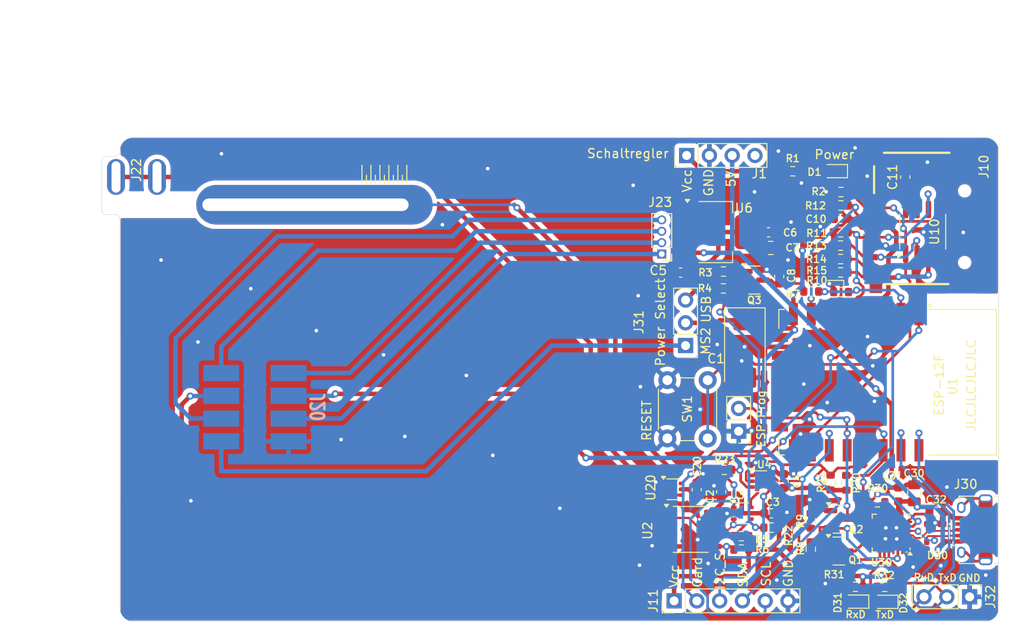
<source format=kicad_pcb>
(kicad_pcb (version 20221018) (generator pcbnew)
  (title_block (title "Lokkkarten Emulator") (date "2024-03-06") (rev "0.99") (comment 1 "Gerhard Bertelsmann"))
  (layers (0 "F.Cu" signal) (31 "B.Cu" signal) (34 "B.Paste" user) (35 "F.Paste" user) (36 "B.SilkS" user "B.Silkscreen") (37 "F.SilkS" user "F.Silkscreen") (38 "B.Mask" user) (39 "F.Mask" user) (44 "Edge.Cuts" user))
  (net 0 "")
  (net 1 "VCC")
  (net 2 "GND")
  (net 3 "/VBUS")
  (net 4 "+3V3")
  (net 5 "Net-(Q3-C)")
  (net 6 "/GPIO0")
  (net 7 "/MISO")
  (net 8 "/CLK")
  (net 9 "/MOSI")
  (net 10 "/CS")
  (net 11 "Net-(U30-VDD)")
  (net 12 "Net-(D1-A)")
  (net 13 "/Card")
  (net 14 "/MS2PWR")
  (net 15 "Net-(D31-A)")
  (net 16 "Net-(D32-A)")
  (net 18 "Net-(J20-Pin_2)")
  (net 19 "/DAT1")
  (net 20 "Net-(J20-Pin_4)")
  (net 21 "Net-(J20-Pin_5)")
  (net 22 "Net-(J20-Pin_7)")
  (net 23 "Net-(J22-Pin_1)")
  (net 25 "unconnected-(J30-Shield-Pad6)")
  (net 26 "Net-(Q1-B)")
  (net 27 "/D+")
  (net 28 "/D-")
  (net 29 "/ESCL")
  (net 30 "/ESDA")
  (net 31 "/I2C_SEL")
  (net 32 "/MSDA")
  (net 33 "/MSCL")
  (net 34 "/CSCL")
  (net 35 "/CSDA")
  (net 36 "Net-(Q2-B)")
  (net 37 "Net-(Q3-B)")
  (net 38 "Net-(Q3-E)")
  (net 39 "Net-(U30-VIO)")
  (net 40 "Net-(U30-~{RST})")
  (net 50 "/TxD")
  (net 51 "/RxD")
  (net 53 "/RTS")
  (net 54 "/nRST")
  (net 56 "/DTR")
  (net 63 "/PP")
  (net 67 "/DAT2")
  (net 73 "/ADC")
  (footprint "Capacitor_Tantalum_SMD:CP_EIA-7343-31_Kemet-D_Pad2.25x2.55mm_HandSolder" (layer "F.Cu") (at 169.69 123.59 -90)
    (fp_text reference "C1")
    (fp_text value "100uF" hide)
  )
  (footprint "Connector_PinHeader_2.54mm:PinHeader_1x04_P2.54mm_Vertical" (layer "F.Cu") (at 163.2 102 90)
    (fp_text reference "J1")
    (fp_text value "Schaltregler")
  )
  (footprint "Connector_PinHeader_2.54mm:PinHeader_1x03_P2.54mm_Vertical" (layer "F.Cu") (at 163.08 123.215 180)
    (fp_text reference "J31")
    (fp_text value "Power Select")
  )
  (footprint "Resistor_SMD:R_0603_1608Metric" (layer "F.Cu") (at 180.38 110.57)
    (fp_text reference "R11")
    (fp_text value "4k7" hide)
  )
  (footprint "Resistor_SMD:R_0603_1608Metric" (layer "F.Cu") (at 180.4 107.58)
    (fp_text reference "R12")
    (fp_text value "4k7" hide)
  )
  (footprint "Resistor_SMD:R_0603_1608Metric" (layer "F.Cu") (at 180.37 112.06)
    (fp_text reference "R13")
    (fp_text value "4k7" hide)
  )
  (footprint "Connector_PinHeader_1.27mm:PinHeader_1x04_P1.27mm_Vertical" (layer "F.Cu") (at 160.425 113 180)
    (fp_text reference "J23")
    (fp_text value "Conn_01x04" hide)
  )
  (footprint "Resistor_SMD:R_0603_1608Metric" (layer "F.Cu") (at 180.42 117.24)
    (fp_text reference "R10")
    (fp_text value "75k" hide)
  )
  (footprint "sd-card-conn:GCT-MEM2055-00-190-01-A" (layer "F.Cu") (at 182.9 109 -90)
    (fp_text reference "J10")
    (fp_text value "MicroSD_SPI_CD")
  )
  (footprint "Resistor_SMD:R_0603_1608Metric" (layer "F.Cu") (at 177.09 117.18 180)
    (fp_text reference "R7")
    (fp_text value "180k" hide)
  )
  (footprint "Resistor_SMD:R_0603_1608Metric" (layer "F.Cu") (at 181 138.525 90)
    (fp_text reference "R20")
    (fp_text value "4k7" hide)
  )
  (footprint "Package_TO_SOT_SMD:SOT-23" (layer "F.Cu") (at 170.76 115.9)
    (fp_text reference "Q3")
    (fp_text value "MMBT5401" hide)
  )
  (footprint "Connector_PinHeader_2.54mm:PinHeader_1x03_P2.54mm_Vertical" (layer "F.Cu") (at 194.75 151.25 -90)
    (fp_text reference "J32")
    (fp_text value "Conn_01x03" hide)
  )
  (footprint "Capacitor_SMD:C_0603_1608Metric" (layer "F.Cu") (at 172.34 110.57)
    (fp_text reference "C6")
    (fp_text value "100nF" hide)
  )
  (footprint "PogoPin:PogoPin2" (layer "F.Cu") (at 122.7 107.5)
    (fp_text reference "J21" hide)
    (fp_text value "PogoPin" hide)
  )
  (footprint "Resistor_SMD:R_0603_1608Metric" (layer "F.Cu") (at 167.4 137.075)
    (fp_text reference "R23")
    (fp_text value "47k" hide)
  )
  (footprint "Resistor_SMD:R_0603_1608Metric" (layer "F.Cu") (at 175.03 103.76)
    (fp_text reference "R1")
    (fp_text value "330" hide)
  )
  (footprint "Capacitor_SMD:C_0603_1608Metric" (layer "F.Cu") (at 167.05 139.525 90)
    (fp_text reference "C2")
    (fp_text value "100nF" hide)
  )
  (footprint "LED_SMD:LED_0603_1608Metric" (layer "F.Cu") (at 185.28 151.81 180)
    (fp_text reference "D32")
    (fp_text value "LED" hide)
  )
  (footprint "Resistor_SMD:R_0603_1608Metric" (layer "F.Cu") (at 185.28 150.135 180)
    (fp_text reference "R32")
    (fp_text value "330" hide)
  )
  (footprint "Capacitor_SMD:C_0603_1608Metric" (layer "F.Cu") (at 186.8 139.83 90)
    (fp_text reference "C31")
    (fp_text value "100nF" hide)
  )
  (footprint "Package_SO:SOIC-8_3.9x4.9mm_P1.27mm" (layer "F.Cu") (at 189.525 110.5 90)
    (fp_text reference "U10")
    (fp_text value "W25Q128JM")
  )
  (footprint "Resistor_SMD:R_0603_1608Metric" (layer "F.Cu") (at 177.045 142.765 90)
    (fp_text reference "R9")
    (fp_text value "10k" hide)
  )
  (footprint "RF_Module:ESP-12E" (layer "F.Cu") (at 185.6 127.3 -90)
    (fp_text reference "U1")
    (fp_text value "ESP-12F")
  )
  (footprint "Connector_PinHeader_2.54mm:PinHeader_1x02_P2.54mm_Vertical" (layer "F.Cu") (at 169 132.77 180)
    (fp_text reference "J2" hide)
    (fp_text value "ESP Prog")
  )
  (footprint "Capacitor_SMD:C_0805_2012Metric" (layer "F.Cu") (at 172.57 112.32)
    (fp_text reference "C7")
    (fp_text value "4.7uF" hide)
  )
  (footprint "Resistor_SMD:R_0603_1608Metric" (layer "F.Cu") (at 179.25 138.5 90)
    (fp_text reference "R21")
    (fp_text value "4k7" hide)
  )
  (footprint "Package_SO:SOIC-8_3.9x4.9mm_P1.27mm" (layer "F.Cu") (at 163.65 143.725)
    (fp_text reference "U2")
    (fp_text value "FM24C64B" hide)
  )
  (footprint "Capacitor_SMD:C_0603_1608Metric" (layer "F.Cu") (at 191.05 141.775)
    (fp_text reference "C32")
    (fp_text value "100nF" hide)
  )
  (footprint "Capacitor_SMD:C_0603_1608Metric" (layer "F.Cu") (at 162.53 115.075 180)
    (fp_text reference "C5")
    (fp_text value "100nF" hide)
  )
  (footprint "MS2-Card:MS2_Edge" (layer "F.Cu") (at 104.15 104.4 90)
    (fp_text reference "J22")
    (fp_text value "Card Edge" hide)
  )
  (footprint "Package_TO_SOT_SMD:SOT-23" (layer "F.Cu") (at 180.17 146.14)
    (fp_text reference "Q1")
    (fp_text value "MMBT3904" hide)
  )
  (footprint "Capacitor_SMD:C_0805_2012Metric" (layer "F.Cu") (at 188.575 139.7 90)
    (fp_text reference "C30")
    (fp_text value "1uF" hide)
  )
  (footprint "Capacitor_SMD:C_0603_1608Metric" (layer "F.Cu") (at 164.325 139.3 90)
    (fp_text reference "C20")
    (fp_text value "100nF" hide)
  )
  (footprint "Resistor_SMD:R_0603_1608Metric" (layer "F.Cu") (at 184.475 140.7)
    (fp_text reference "R30")
    (fp_text value "4k7" hide)
  )
  (footprint "Resistor_SMD:R_0603_1608Metric" (layer "F.Cu") (at 182.025 150.125 180)
    (fp_text reference "R31")
    (fp_text value "330" hide)
  )
  (footprint "Resistor_SMD:R_0603_1608Metric" (layer "F.Cu") (at 180.37 113.56)
    (fp_text reference "R14")
    (fp_text value "4k7" hide)
  )
  (footprint "Package_TO_SOT_SMD:SOT-23" (layer "F.Cu") (at 180.19 142.58)
    (fp_text reference "Q2")
    (fp_text value "MMBT3904" hide)
  )
  (footprint "Package_DFN_QFN:QFN-24-1EP_4x4mm_P0.5mm_EP2.6x2.6mm" (layer "F.Cu") (at 186 144.14 180)
    (fp_text reference "U30")
    (fp_text value "CP2102N-A02-GQFN24R " hide)
  )
  (footprint "Package_TO_SOT_SMD:SOT-223-3_TabPin2" (layer "F.Cu") (at 166.415 110.55)
    (fp_text reference "U6")
    (fp_text value "AMS1117-3.3" hide)
  )
  (footprint "Capacitor_SMD:C_0603_1608Metric" (layer "F.Cu") (at 173.52 115.51 90)
    (fp_text reference "C8")
    (fp_text value "470nF" hide)
  )
  (footprint "Resistor_SMD:R_0603_1608Metric" (layer "F.Cu") (at 169.29 145.98 180)
    (fp_text reference "R6")
    (fp_text value "47k" hide)
  )
  (footprint "Package_TO_SOT_SMD:SOT-363_SC-70-6" (layer "F.Cu") (at 169.4 141.925)
    (fp_text reference "U3")
    (fp_text value "BL1551B" hide)
  )
  (footprint "Button_Switch_THT:SW_PUSH_6mm_H4.3mm" (layer "F.Cu") (at 161.05 133.57 90)
    (fp_text reference "SW1")
    (fp_text value "RESET")
  )
  (footprint "Connector_USB:USB_Micro-B_Amphenol_10118194_Horizontal" (layer "F.Cu") (at 195.225 143.775 90)
    (fp_text reference "J30")
    (fp_text value "USB_B_Micro")
  )
  (footprint "Capacitor_SMD:C_0603_1608Metric" (layer "F.Cu") (at 187.579 104.407 90)
    (fp_text reference "C11")
    (fp_text value "100nF")
  )
  (footprint "Package_TO_SOT_SMD:SOT-363_SC-70-6" (layer "F.Cu") (at 171.425 138.35)
    (fp_text reference "U4")
    (fp_text value "BL1551B" hide)
  )
  (footprint "Connector_PinHeader_2.54mm:PinHeader_1x06_P2.54mm_Vertical" (layer "F.Cu") (at 161.8 151.7 90)
    (fp_text reference "J11")
    (fp_text value "Conn_01x06" hide)
  )
  (footprint "LED_SMD:LED_0603_1608Metric" (layer "F.Cu") (at 179.65 103.75 180)
    (fp_text reference "D1")
    (fp_text value "LED" hide)
  )
  (footprint "Capacitor_SMD:C_0603_1608Metric" (layer "F.Cu") (at 180.39 109.07 180)
    (fp_text reference "C10")
    (fp_text value "100nF" hide)
  )
  (footprint "Resistor_SMD:R_0603_1608Metric" (layer "F.Cu") (at 167.305 114.95 180)
    (fp_text reference "R3")
    (fp_text value "10k" hide)
  )
  (footprint "Capacitor_SMD:C_0603_1608Metric" (layer "F.Cu") (at 174.025 138.325 90)
    (fp_text reference "C4")
    (fp_text value "100nF" hide)
  )
  (footprint "Package_TO_SOT_SMD:SOT-143" (layer "F.Cu") (at 190.925 144.125 -90)
    (fp_text reference "D30")
    (fp_text value "SP0503BAHT" hide)
  )
  (footprint "Resistor_SMD:R_0603_1608Metric" (layer "F.Cu") (at 169.3 144.48 180)
    (fp_text reference "R5")
    (fp_text value "47k" hide)
  )
  (footprint "Resistor_SMD:R_0603_1608Metric" (layer "F.Cu") (at 180.37 115.05)
    (fp_text reference "R15")
    (fp_text value "4k7" hide)
  )
  (footprint "Resistor_SMD:R_0603_1608Metric" (layer "F.Cu") (at 167.3 116.84 180)
    (fp_text reference "R4")
    (fp_text value "100" hide)
  )
  (footprint "Capacitor_SMD:C_0603_1608Metric" (layer "F.Cu") (at 172.65 141.925)
    (fp_text reference "C3")
    (fp_text value "100nF" hide)
  )
  (footprint "Resistor_SMD:R_0603_1608Metric" (layer "F.Cu") (at 180.405 106.08 180)
    (fp_text reference "R2")
    (fp_text value "4k7" hide)
  )
  (footprint "Resistor_SMD:R_0603_1608Metric" (layer "F.Cu") (at 177.045 145.94 -90)
    (fp_text reference "R8")
    (fp_text value "10k" hide)
  )
  (footprint "Resistor_SMD:R_0603_1608Metric" (layer "F.Cu") (at 172.64 143.53 180)
    (fp_text reference "R22")
    (fp_text value "47k" hide)
  )
  (footprint "Package_TO_SOT_SMD:SOT-363_SC-70-6" (layer "F.Cu") (at 161.7 139.25)
    (fp_text reference "U20")
    (fp_text value "BL1551B" hide)
  )
  (footprint "LED_SMD:LED_0603_1608Metric" (layer "F.Cu") (at 182.025 151.785 180)
    (fp_text reference "D31")
    (fp_text value "LED" hide)
  )
  (footprint "MS2-Card:iso7816_conn" (layer "B.Cu") (at 115.06 130.09 90)
    (fp_text reference "J20")
    (fp_text value "Smartcard Connector" hide)
  )
  (gr_line (start 178.93 115.94) (end 180.71 115.94) (stroke (width 0.12)) (layer "F.SilkS"))
  (gr_line (start 180.71 115.94) (end 180.73 116.4) (stroke (width 0.12)) (layer "F.SilkS"))
  (gr_arc (start 101.5 154) (mid 100.43934 153.56066) (end 100 152.5) (stroke (width 0.05)) (layer "Edge.Cuts"))
  (gr_line (start 196.5 154) (end 101.5 154) (stroke (width 0.05)) (layer "Edge.Cuts"))
  (gr_arc (start 198 152.5) (mid 197.56066 153.56066) (end 196.5 154) (stroke (width 0.05)) (layer "Edge.Cuts"))
  (gr_line (start 198 101.5) (end 198 152.5) (stroke (width 0.05)) (layer "Edge.Cuts"))
  (gr_arc (start 98 102.5) (mid 98.117157 102.217157) (end 98.4 102.1) (stroke (width 0.05)) (layer "Edge.Cuts"))
  (gr_line (start 98 108.1) (end 98 102.5) (stroke (width 0.05)) (layer "Edge.Cuts"))
  (gr_line (start 99.4 102.1) (end 98.4 102.1) (stroke (width 0.05)) (layer "Edge.Cuts"))
  (gr_arc (start 100 101.5) (mid 99.824264 101.924264) (end 99.4 102.1) (stroke (width 0.05)) (layer "Edge.Cuts"))
  (gr_arc (start 99.5 108.6) (mid 99.853553 108.746447) (end 100 109.1) (stroke (width 0.05)) (layer "Edge.Cuts"))
  (gr_arc (start 98.5 108.6) (mid 98.146447 108.453553) (end 98 108.1) (stroke (width 0.05)) (layer "Edge.Cuts"))
  (gr_line (start 98.5 108.6) (end 99.5 108.6) (stroke (width 0.05)) (layer "Edge.Cuts"))
  (gr_line (start 100 152.5) (end 100 109.1) (stroke (width 0.05)) (layer "Edge.Cuts"))
  (gr_line (start 101.5 100) (end 196.5 100) (stroke (width 0.05)) (layer "Edge.Cuts"))
  (gr_arc (start 100 101.5) (mid 100.43934 100.43934) (end 101.5 100) (stroke (width 0.05)) (layer "Edge.Cuts"))
  (gr_arc (start 196.5 100) (mid 197.56066 100.43934) (end 198 101.5) (stroke (width 0.05)) (layer "Edge.Cuts"))
  (gr_text "Lokkarten Emulator\nGerhard Bertelsmann\n03/2024" (at 129.7 143.8) (layer "F.Cu") (effects (font (size 1.5 1.5) (thickness 0.3))))
  (gr_text "SCL" (at 172.07 148.71 90) (layer "F.SilkS") (effects (font (size 1 1))))
  (gr_text "GND" (at 174.53 148.63 90) (layer "F.SilkS") (effects (font (size 1 1))))
  (gr_text "Vcc" (at 163.25 104.825 90) (layer "F.SilkS") (effects (font (size 1 1))))
  (gr_text "TxD" (at 192.27 149.13) (layer "F.SilkS") (effects (font (size 0.8 0.8))))
  (gr_text "RxD" (at 189.65 149.09) (layer "F.SilkS") (effects (font (size 0.8 0.8))))
  (gr_text "GND" (at 194.74 149.16) (layer "F.SilkS") (effects (font (size 0.8 0.8))))
  (gr_text "GND" (at 165.65 105.025 90) (layer "F.SilkS") (effects (font (size 1 1))))
  (gr_text "5V" (at 168.15 104.625 90) (layer "F.SilkS") (effects (font (size 1 1))))
  (gr_text "MS2" (at 165.3286 122.7074 90) (layer "F.SilkS") (effects (font (size 1 1))))
  (gr_text "USB" (at 165.3794 119.1514 90) (layer "F.SilkS") (effects (font (size 1 1))))
  (gr_text "Vcc" (at 161.83 148.94 90) (layer "F.SilkS") (effects (font (size 1 1))))
  (gr_text "Power" (at 179.68 101.9) (layer "F.SilkS") (effects (font (size 1 1))))
  (gr_text "RxD" (at 182.04 153.22) (layer "F.SilkS") (effects (font (size 0.8 0.8))))
  (gr_text "SDA" (at 169.49 148.77 90) (layer "F.SilkS") (effects (font (size 1 1))))
  (gr_text "TxD" (at 185.29 153.24) (layer "F.SilkS") (effects (font (size 0.8 0.8))))
  (gr_text "I2C_S" (at 166.94 148.35 90) (layer "F.SilkS") (effects (font (size 1 1))))
  (gr_text "Card" (at 164.4 148.51 90) (layer "F.SilkS") (effects (font (size 1 1))))
  (gr_text "JLCJLCJLCJLC" (at 194.95 127.675 90) (layer "F.SilkS") (effects (font (size 1 1))))
  (segment (start 166.475 116.84) (end 166.475 118.105) (width 0.5) (layer "F.Cu") (net 1))
  (segment (start 182.77 148.92) (end 182.85 149) (width 0.5) (layer "F.Cu") (net 1))
  (segment (start 168.851875 139.7255) (end 169.3495 140.223125) (width 0.5) (layer "F.Cu") (net 1))
  (segment (start 179.555 110.57) (end 179.555 112.05) (width 0.5) (layer "F.Cu") (net 1))
  (segment (start 171.875 141.25) (end 174.025 139.1) (width 0.5) (layer "F.Cu") (net 1))
  (segment (start 187.62 106.9) (end 187.62 105.355) (width 0.5) (layer "F.Cu") (net 1))
  (segment (start 169.3495 140.223125) (end 169.3495 141.7495) (width 0.5) (layer "F.Cu") (net 1))
  (segment (start 167.125 140.375) (end 167.125 140.8) (width 0.5) (layer "F.Cu") (net 1))
  (segment (start 166.89 120.39) (end 169.69 120.39) (width 0.5) (layer "F.Cu") (net 1))
  (segment (start 181.185 109.09) (end 181.165 109.07) (width 0.5) (layer "F.Cu") (net 1))
  (segment (start 181.8 109.09) (end 181.185 109.09) (width 0.5) (layer "F.Cu") (net 1))
  (segment (start 181.8 109.1) (end 181.8 109.09) (width 0.5) (layer "F.Cu") (net 1))
  (segment (start 181.52 148.92) (end 182.77 148.92) (width 0.5) (layer "F.Cu") (net 1))
  (segment (start 183.7 110.05) (end 182.75 110.05) (width 0.5) (layer "F.Cu") (net 1))
  (segment (start 182.75 110.05) (end 181.8 109.1) (width 0.5) (layer "F.Cu") (net 1))
  (segment (start 185.975 110.05) (end 183.7 110.05) (width 0.5) (layer "F.Cu") (net 1))
  (segment (start 175.1 119.7) (end 175.1 121.33) (width 0.5) (layer "F.Cu") (net 1))
  (segment (start 173.4995 143.5645) (end 173.465 143.53) (width 0.5) (layer "F.Cu") (net 1))
  (segment (start 179.665 110.57) (end 181.165 109.07) (width 0.5) (layer "F.Cu") (net 1))
  (segment (start 173.475 139.1) (end 172.725 138.35) (width 0.25) (layer "F.Cu") (net 1))
  (segment (start 176.11 110.745) (end 176.63 110.225) (width 0.5) (layer "F.Cu") (net 1))
  (segment (start 166.825 140.075) (end 167.05 140.3) (width 0.5) (layer "F.Cu") (net 1))
  (segment (start 181 139.35) (end 179.275 139.35) (width 0.5) (layer "F.Cu") (net 1))
  (segment (start 187.82 105.155) (end 188.655 105.155) (width 0.5) (layer "F.Cu") (net 1))
  (segment (start 176.22 148.92) (end 181.52 148.92) (width 0.5) (layer "F.Cu") (net 1))
  (segment (start 165.4005 138.9995) (end 165.4005 138.448125) (width 0.5) (layer "F.Cu") (net 1))
  (segment (start 190.15 114.11) (end 190.16 114.1) (width 0.5) (layer "F.Cu") (net 1))
  (segment (start 186.575 111.575) (end 186.575 110.65) (width 0.5) (layer "F.Cu") (net 1))
  (segment (start 164.325 140.075) (end 165.4005 138.9995) (width 0.5) (layer "F.Cu") (net 1))
  (segment (start 165.4005 138.448125) (end 166.575 137.273625) (width 0.5) (layer "F.Cu") (net 1))
  (segment (start 186.575 110.65) (end 185.975 110.05) (width 0.5) (layer "F.Cu") (net 1))
  (segment (start 175.1 119.7) (end 175.1 117.61) (width 0.5) (layer "F.Cu") (net 1))
  (segment (start 174.205 105.975) (end 175.89 107.66) (width 0.5) (layer "F.Cu") (net 1))
  (segment (start 179.545 113.56) (end 179.545 115.05) (width 0.5) (layer "F.Cu") (net 1))
  (segment (start 175.07 121.3) (end 175.24 121.47) (width 0.5) (layer "F.Cu") (net 1))
  (segment (start 177.851875 105.698125) (end 175.89 107.66) (width 0.5) (layer "F.Cu") (net 1))
  (segment (start 179.25 139.325) (end 179.025 139.1) (width 0.5) (layer "F.Cu") (net 1))
  (segment (start 186.15 150.09) (end 186.105 150.135) (width 0.5) (layer "F.Cu") (net 1))
  (segment (start 162.65 139.25) (end 163.425 139.25) (width 0.5) (layer "F.Cu") (net 1))
  (segment (start 185.75 148.85) (end 186.15 149.25) (width 0.5) (layer "F.Cu") (net 1))
  (segment (start 185.1 119.7) (end 185.1 117.95) (width 0.5) (layer "F.Cu") (net 1))
  (segment (start 185.6995 113.2255) (end 186.575 112.35) (width 0.5) (layer "F.Cu") (net 1))
  (segment (start 167.125 140.8) (end 166.145 141.78) (width 0.5) (layer "F.Cu") (net 1))
  (segment (start 186.15 149.25) (end 186.15 150.09) (width 0.5) (layer "F.Cu") (net 1))
  (segment (start 161.8 149.2) (end 161.8 151.7) (width 0.5) (layer "F.Cu") (net 1))
  (segment (start 169.3495 141.7495) (end 169.525 141.925) (width 0.5) (layer "F.Cu") (net 1))
  (segment (start 179.555 112.05) (end 179.545 112.06) (width 0.5) (layer "F.Cu") (net 1))
  (segment (start 176.63 110.225) (end 176.63 108.4) (width 0.5) (layer "F.Cu") (net 1))
  (segment (start 179.675 107.58) (end 181.165 109.07) (width 0.5) (layer "F.Cu") (net 1))
  (segment (start 173.28 145.98) (end 176.22 148.92) (width 0.5) (layer "F.Cu") (net 1))
  (segment (start 167.7745 139.7255) (end 168.851875 139.7255) (width 0.5) (layer "F.Cu") (net 1))
  (segment (start 172.521375 145.98) (end 173.28 145.98) (width 0.5) (layer "F.Cu") (net 1))
  (segment (start 184.91 148.85) (end 185.75 148.85) (width 0.5) (layer "F.Cu") (net 1))
  (segment (start 190.15 115.325) (end 190.15 114.11) (width 0.5) (layer "F.Cu") (net 1))
  (segment (start 176.11 112.06) (end 176.11 110.745) (width 0.5) (layer "F.Cu") (net 1))
  (segment (start 173.4995 145.001875) (end 173.4995 143.5645) (width 0.5) (layer "F.Cu") (net 1))
  (segment (start 170.115 145.98) (end 172.521375 145.98) (width 0.5) (layer "F.Cu") (net 1))
  (segment (start 188.89 105.39) (end 188.89 106.9) (width 0.5) (layer "F.Cu") (net 1))
  (segment (start 170.115 148.285) (end 169.45 148.95) (width 0.5) (layer "F.Cu") (net 1))
  (segment (start 172.521375 145.98) (end 173.4995 145.001875) (width 0.5) (layer "F.Cu") (net 1))
  (segment (start 186.575 112.35) (end 186.575 111.575) (width 0.5) (layer "F.Cu") (net 1))
  (segment (start 174.205 103.76) (end 174.205 105.975) (width 0.5) (layer "F.Cu") (net 1))
  (segment (start 178.443625 105.155) (end 187.82 105.155) (width 0.5) (layer "F.Cu") (net 1))
  (segment (start 179.025 139.1) (end 174.95 139.1) (width 0.5) (layer "F.Cu") (net 1))
  (segment (start 172.725 138.35) (end 172.375 138.35) (width 0.25) (layer "F.Cu") (net 1))
  (segment (start 171.875 141.925) (end 171.875 141.25) (width 0.5) (layer "F.Cu") (net 1))
  (segment (start 165.415 119.165) (end 165.415 120.675) (width 0.5) (layer "F.Cu") (net 1))
  (segment (start 170.115 144.49) (end 170.125 144.48) (width 0.5) (layer "F.Cu") (net 1))
  (segment (start 169.45 148.95) (end 162.05 148.95) (width 0.5) (layer "F.Cu") (net 1))
  (segment (start 187.62 105.355) (end 187.82 105.155) (width 0.5) (layer "F.Cu") (net 1))
  (segment (start 179.545 112.06) (end 176.11 112.06) (width 0.5) (layer "F.Cu") (net 1))
  (segment (start 172.98 120.39) (end 173.89 121.3) (width 0.5) (layer "F.Cu") (net 1))
  (segment (start 171.875 141.94) (end 173.465 143.53) (width 0.5) (layer "F.Cu") (net 1))
  (segment (start 165.415 120.675) (end 166.605 120.675) (width 0.5) (layer "F.Cu") (net 1))
  (segment (start 186.105 150.135) (end 186.105 150.045) (width 0.5) (layer "F.Cu") (net 1))
  (segment (start 185.6995 115.6255) (end 185.6995 113.2255) (width 0.5) (layer "F.Cu") (net 1))
  (segment (start 166.605 120.675) (end 166.89 120.39) (width 0.5) (layer "F.Cu") (net 1))
  (segment (start 164.96 103.76) (end 174.205 103.76) (width 0.5) (layer "F.Cu") (net 1))
  (segment (start 173.89 121.3) (end 175.07 121.3) (width 0.5) (layer "F.Cu") (net 1))
  (segment (start 185.6995 117.3505) (end 185.6995 115.6255) (width 0.5) (layer "F.Cu") (net 1))
  (segment (start 164.325 140.075) (end 166.825 140.075) (width 0.5) (layer "F.Cu") (net 1))
  (segment (start 177.9005 105.698125) (end 178.443625 105.155) (width 0.5) (layer "F.Cu") (net 1))
  (segment (start 162.05 148.95) (end 161.8 149.2) (width 0.5) (layer "F.Cu") (net 1))
  (segment (start 179.545 112.06) (end 179.545 113.56) (width 0.5) (layer "F.Cu") (net 1))
  (segment (start 186.7245 115.6255) (end 186.825 115.525) (width 0.5) (layer "F.Cu") (net 1))
  (segment (start 182.85 149) (end 182.85 150.125) (width 0.5) (layer "F.Cu") (net 1))
  (segment (start 163.08 120.675) (end 165.415 120.675) (width 0.5) (layer "F.Cu") (net 1))
  (segment (start 185.1 117.95) (end 185.6995 117.3505) (width 0.5) (layer "F.Cu") (net 1))
  (segment (start 171.875 141.925) (end 171.875 141.94) (width 0.5) (layer "F.Cu") (net 1))
  (segment (start 170.115 145.98) (end 170.115 144.49) (width 0.5) (layer "F.Cu") (net 1))
  (segment (start 167.125 140.375) (end 167.7745 139.7255) (width 0.5) (layer "F.Cu") (net 1))
  (segment (start 185.6995 115.6255) (end 186.7245 115.6255) (width 0.5) (layer "F.Cu") (net 1))
  (segment (start 169.525 141.925) (end 170.35 141.925) (width 0.5) (layer "F.Cu") (net 1))
  (segment (start 163.2 102) (end 164.96 103.76) (width 0.5) (layer "F.Cu") (net 1))
  (segment (start 174.95 139.1) (end 174.025 139.1) (width 0.5) (layer "F.Cu") (net 1))
  (segment (start 179.575 107.58) (end 179.675 107.58) (width 0.5) (layer "F.Cu") (net 1))
  (segment (start 175.1 117.61) (end 175.06 117.57) (width 0.5) (layer "F.Cu") (net 1))
  (segment (start 163.425 139.25) (end 164.25 140.075) (width 0.5) (layer "F.Cu") (net 1))
  (segment (start 188.655 105.155) (end 188.89 105.39) (width 0.5) (layer "F.Cu") (net 1))
  (segment (start 179.275 139.35) (end 179.25 139.325) (width 0.5) (layer "F.Cu") (net 1))
  (segment (start 176.11 112.61) (end 176.11 112.06) (width 0.5) (layer "F.Cu") (net 1))
  (segment (start 177.9005 105.698125) (end 177.851875 105.698125) (width 0.5) (layer "F.Cu") (net 1))
  (segment (start 170.115 145.98) (end 170.115 148.285) (width 0.5) (layer "F.Cu") (net 1))
  (segment (start 166.575 137.273625) (end 166.575 137.075) (width 0.5) (layer "F.Cu") (net 1))
  (segment (start 179.555 110.57) (end 179.665 110.57) (width 0.5) (layer "F.Cu") (net 1))
  (segment (start 175.89 107.66) (end 176.63 108.4) (width 0.5) (layer "F.Cu") (net 1))
  (segment (start 175.1 121.33) (end 175.24 121.47) (width 0.5) (layer "F.Cu") (net 1))
  (segment (start 166.475 118.105) (end 165.415 119.165) (width 0.5) (layer "F.Cu") (net 1))
  (segment (start 169.69 120.39) (end 172.98 120.39) (width 0.5) (layer "F.Cu") (net 1))
  (segment (start 170.35 141.925) (end 171.875 141.925) (width 0.5) (layer "F.Cu") (net 1))
  (segment (start 174.025 139.1) (end 173.475 139.1) (width 0.25) (layer "F.Cu") (net 1))
  (via (at 175.24 121.47) (size 0.8) (drill 0.4) (layers "F.Cu" "B.Cu") (net 1))
  (via (at 190.15 115.325) (size 0.8) (drill 0.4) (layers "F.Cu" "B.Cu") (net 1))
  (via (at 175.06 117.57) (size 0.8) (drill 0.4) (layers "F.Cu" "B.Cu") (net 1))
  (via (at 182.85 149) (size 0.8) (drill 0.4) (layers "F.Cu" "B.Cu") (net 1))
  (via (at 174.95 139.1) (size 0.8) (drill 0.4) (layers "F.Cu" "B.Cu") (net 1))
  (via (at 186.825 115.525) (size 0.8) (drill 0.4) (layers "F.Cu" "B.Cu") (net 1))
  (via (at 184.91 148.85) (size 0.8) (drill 0.4) (layers "F.Cu" "B.Cu") (net 1))
  (via (at 176.11 112.61) (size 0.8) (drill 0.4) (layers "F.Cu" "B.Cu") (net 1))
  (segment (start 173.856136 136.632977) (end 173.856136 138.006136) (width 0.5) (layer "B.Cu") (net 1))
  (segment (start 182.85 149) (end 184.76 149) (width 0.5) (layer "B.Cu") (net 1))
  (segment (start 173.856136 138.006136) (end 174.95 139.1) (width 0.5) (layer "B.Cu") (net 1))
  (segment (start 175.24 121.47) (end 171.859501 124.850499) (width 0.5) (layer "B.Cu") (net 1))
  (segment (start 186.825 115.525) (end 189.95 115.525) (width 0.5) (layer "B.Cu") (net 1))
  (segment (start 171.859501 124.850499) (end 171.8595 134.208322) (width 0.5) (layer "B.Cu") (net 1))
  (segment (start 171.8595 134.208322) (end 171.8295 134.238322) (width 0.5) (layer "B.Cu") (net 1))
  (segment (start 171.8295 134.606341) (end 173.856136 136.632977) (width 0.5) (layer "B.Cu") (net 1))
  (segment (start 176.11 116.52) (end 176.11 112.61) (width 0.5) (layer "B.Cu") (net 1))
  (segment (start 171.8295 134.238322) (end 171.8295 134.606341) (width 0.5) (layer "B.Cu") (net 1))
  (segment (start 184.76 149) (end 184.91 148.85) (width 0.5) (layer "B.Cu") (net 1))
  (segment (start 175.06 117.57) (end 176.11 116.52) (width 0.5) (layer "B.Cu") (net 1))
  (segment (start 189.95 115.525) (end 190.15 115.325) (width 0.5) (layer "B.Cu") (net 1))
  (segment (start 186.75 144.89) (end 186 144.14) (width 0.2) (layer "F.Cu") (net 2))
  (segment (start 186.8 139.055) (end 187.385 139.055) (width 0.5) (layer "F.Cu") (net 2))
  (segment (start 166.275 138.825) (end 166.25 138.85) (width 0.25) (layer "F.Cu") (net 2))
  (segment (start 169.825 138.225) (end 169.825 137.35) (width 0.25) (layer "F.Cu") (net 2))
  (segment (start 192.225 141.775) (end 192.925 142.475) (width 0.5) (layer "F.Cu") (net 2))
  (segment (start 164.325 138.525) (end 164.325 138.225) (width 0.5) (layer "F.Cu") (net 2))
  (segment (start 169.69 125.27) (end 169.34 124.92) (width 0.5) (layer "F.Cu") (net 2))
  (segment (start 161.175 145.63) (end 159.43 145.63) (width 0.5) (layer "F.Cu") (net 2))
  (segment (start 173.425 141.925) (end 174.275 141.925) (width 0.5) (layer "F.Cu") (net 2))
  (segment (start 174.025 137.55) (end 173.477002 137.55) (width 0.5) (layer "F.Cu") (net 2))
  (segment (start 187.7 138.74) (end 188.565 138.74) (width 0.5) (layer "F.Cu") (net 2))
  (segment (start 170.475 138.35) (end 169.95 138.35) (width 0.25) (layer "F.Cu") (net 2))
  (segment (start 183.7 112.25) (end 185.216662 112.25) (width 0.5) (layer "F.Cu") (net 2))
  (segment (start 179.58 106.08) (end 178.78 106.08) (width 0.5) (layer "F.Cu") (net 2))
  (segment (start 191.825 142.975) (end 191.675 143.125) (width 0.5) (layer "F.Cu") (net 2))
  (segment (start 179.595 116.785) (end 179.11 116.3) (width 0.5) (layer "F.Cu") (net 2))
  (segment (start 169.825 137.35) (end 170.9 136.275) (width 0.25) (layer "F.Cu") (net 2))
  (segment (start 169.95 138.35) (end 169.825 138.225) (width 0.25) (layer "F.Cu") (net 2))
  (segment (start 187.9375 144.89) (end 186.75 144.89) (width 0.2) (layer "F.Cu") (net 2))
  (segment (start 173.52 112.32) (end 173.52 114.735) (width 0.5) (layer "F.Cu") (net 2))
  (segment (start 188.565 138.74) (end 188.575 138.75) (width 0.5) (layer "F.Cu") (net 2))
  (segment (start 169.69 126.79) (end 169.69 125.27) (width 0.5) (layer "F.Cu") (net 2))
  (segment (start 191.85 140.225) (end 191.85 139.37) (width 0.5) (layer "F.Cu") (net 2))
  (segment (start 167.7245 141.925) (end 167.6995 141.95) (width 0.3) (layer "F.Cu") (net 2))
  (segment (start 191.825 141.775) (end 191.825 140.25) (width 0.5) (layer "F.Cu") (net 2))
  (segment (start 168.45 141.925) (end 167.7245 141.925) (width 0.3) (layer "F.Cu") (net 2))
  (segment (start 159.43 145.63) (end 159.35 145.55) (width 0.5) (layer "F.Cu") (net 2))
  (segment (start 164.325 138.225) (end 165.025 137.525) (width 0.5) (layer "F.Cu") (net 2))
  (segment (start 179.595 117.24) (end 179.595 116.785) (width 0.5) (layer "F.Cu") (net 2))
  (segment (start 174.275 141.925) (end 174.375 141.825) (width 0.5) (layer "F.Cu") (net 2))
  (segment (start 159.75 138.825) (end 159.75 138.45) (width 0.25) (layer "F.Cu") (net 2))
  (segment (start 169.65 123.35) (end 176.81 123.35) (width 0.5) (layer "F.Cu") (net 2))
  (segment (start 191.825 141.775) (end 191.825 142.975) (width 0.5) (layer "F.Cu") (net 2))
  (segment (start 176.81 123.35) (end 176.94 123.22) (width 0.5) (layer "F.Cu") (net 2))
  (segment (start 173.52 114.735) (end 173.555 114.735) (width 0.5) (layer "F.Cu") (net 2))
  (segment (start 173.477002 137.55) (end 172.8454 136.918398) (width 0.5) (layer "F.Cu") (net 2))
  (segment (start 187.385 139.055) (end 187.7 138.74) (width 0.5) (layer "F.Cu") (net 2))
  (segment (start 192.925 142.475) (end 193.825 142.475) (width 0.5) (layer "F.Cu") (net 2))
  (segment (start 175.2 134.3) (end 175.2 133.144008) (width 0.5) (layer "F.Cu") (net 2))
  (segment (start 167.125 138.825) (end 166.275 138.825) (width 0.25) (layer "F.Cu") (net 2))
  (segment (start 191.675 143.125) (end 191.546083 142.996083) (width 0.5) (layer "F.Cu") (net 2))
  (segment (start 160.75 139.25) (end 160.175 139.25) (width 0.25) (layer "F.Cu") (net 2))
  (segment (start 185.216662 112.25) (end 185.391093 112.075569) (width 0.5) (layer "F.Cu") (net 2))
  (segment (start 191.546083 142.996083) (end 190.9005 142.996083) (width 0.5) (layer "F.Cu") (net 2))
  (segment (start 191.825 140.25) (end 191.85 140.225) (width 0.5) (layer "F.Cu") (net 2))
  (segment (start 191.825 141.775) (end 192.225 141.775) (width 0.5) (layer "F.Cu") (net 2))
  (segment (start 191.85 139.37) (end 192.22 139) (width 0.5) (layer "F.Cu") (net 2))
  (segment (start 178.78 106.08) (end 178.75 106.05) (width 0.5) (layer "F.Cu") (net 2))
  (segment (start 175.2 133.144008) (end 176.913508 131.4305) (width 0.5) (layer "F.Cu") (net 2))
  (segment (start 160.175 139.25) (end 159.75 138.825) (width 0.25) (layer "F.Cu") (net 2))
  (via (at 185.41 143.55) (size 0.8) (drill 0.4) (layers "F.Cu" "B.Cu") (net 2))
  (via (at 183.330725 104.3055) (size 0.8) (drill 0.4) (layers "F.Cu" "B.Cu") (net 2))
  (via (at 172.8454 136.918398) (size 0.8) (drill 0.4) (layers "F.Cu" "B.Cu") (net 2))
  (via (at 175.91 133.09) (size 0.8) (drill 0.4) (layers "F.Cu" "B.Cu") (net 2))
  (via (at 166.25 138.85) (size 0.8) (drill 0.4) (layers "F.Cu" "B.Cu") (net 2))
  (via (at 166.61 123.09) (size 0.8) (drill 0.4) (layers "F.Cu" "B.Cu") (net 2))
  (via (at 141.02 103.47) (size 0.8) (drill 0.4) (layers "F.Cu" "B.Cu") (net 2))
  (via (at 108.712 122.809) (size 0.8) (drill 0.4) (layers "F.Cu" "B.Cu") (net 2))
  (via (at 169.65 123.35) (size 0.8) (drill 0.4) (layers "F.Cu" "B.Cu") (net 2))
  (via (at 164.7 130.33) (size 0.8) (drill 0.4) (layers "F.Cu" "B.Cu") (net 2))
  (via (at 185.37 144.77) (size 0.8) (drill 0.4) (layers "F.Cu" "B.Cu") (net 2))
  (via (at 189.625 110.55) (size 0.8) (drill 0.4) (layers "F.Cu" "B.Cu") (net 2))
  (via (at 185.391093 112.075569) (size 0.8) (drill 0.4) (layers "F.Cu" "B.Cu") (net 2))
  (via (at 167.6995 141.95) (size 0.8) (drill 0.4) (layers "F.Cu" "B.Cu") (net 2))
  (via (at 190.05 102.75) (size 0.8) (drill 0.4) (layers "F.Cu" "B.Cu") (net 2))
  (via (at 194.04 110.59) (size 0.8) (drill 0.4) (layers "F.Cu" "B.Cu") (net 2))
  (via (at 191.55 147.775) (size 0.8) (drill 0.4) (layers "F.Cu" "B.Cu") (net 2))
  (via (at 176.913508 131.4305) (size 0.8) (drill 0.4) (layers "F.Cu" "B.Cu") (net 2))
  (via (at 176.94 123.22) (size 0.8) (drill 0.4) (layers "F.Cu" "B.Cu") (net 2))
  (via (at 192.22 139) (size 0.8) (drill 0.4) (layers "F.Cu" "B.Cu") (net 2))
  (via (at 179.11 116.3) (size 0.8) (drill 0.4) (layers "F.Cu" "B.Cu") (net 2))
  (via (at 114.6048 116.8654) (size 0.8) (drill 0.4) (layers "F.Cu" "B.Cu") (net 2))
  (via (at 173.43 101.51) (size 0.8) (drill 0.4) (layers "F.Cu" "B.Cu") (net 2))
  (via (at 174.498 113.665) (size 0.8) (drill 0.4) (layers "F.Cu" "B.Cu") (net 2))
  (via (at 169.34 124.92) (size 0.8) (drill 0.4) (layers "F.Cu" "B.Cu") (net 2))
  (via (at 121.91 121.55) (size 0.8) (drill 0.4) (layers "F.Cu" "B.Cu") (net 2))
  (via (at 176.27 127.51) (size 0.8) (drill 0.4) (layers "F.Cu" "B.Cu") (net 2))
  (via (at 173.25 149.38) (size 0.8) (drill 0.4) (layers "F.Cu" "B.Cu") (net 2))
  (via (at 176.93 140.4) (size 0.8) (drill 0.4) (layers "F.Cu" "B.Cu") (net 2))
  (via (at 178.1 109.93) (size 0.8) (drill 0.4) (layers "F.Cu" "B.Cu") (net 2))
  (via (at 129.41 124.25) (size 0.8) (drill 0.4) (layers "F.Cu" "B.Cu") (net 2))
  (via (at 170.434 132.715) (size 0.8) (drill 0.4) (layers "F.Cu" "B.Cu") (net 2))
  (via (at 178.75 106.05) (size 0.8) (drill 0.4) (layers "F.Cu" "B.Cu") (net 2))
  (via (at 157.8 117.65) (size 0.8) (drill 0.4) (layers "F.Cu" "B.Cu") (net 2))
  (via (at 175.125 137.525) (size 0.8) (drill 0.4) (layers "F.Cu" "B.Cu") (net 2))
  (via (at 104.6 113.67) (size 0.8) (drill 0.4) (layers "F.Cu" "B.Cu") (net 2))
  (via (at 178.875 129.575) (size 0.8) (drill 0.4) (layers "F.Cu" "B.Cu") (net 2))
  (via (at 196.55 148.825) (size 0.8) (drill 0.4) (layers "F.Cu" "B.Cu") (net 2))
  (via (at 135.9662 109.728) (size 0.8) (drill 0.4) (layers "F.Cu" "B.Cu") (net 2))
  (via (at 149.06 141.37) (size 0.8) (drill 0.4) (layers "F.Cu" "B.Cu") (net 2))
  (via (at 159.75 138.45) (size 0.8) (drill 0.4) (layers "F.Cu" "B.Cu") (net 2))
  (via (at 170.77 106.06) (size 0.8) (drill 0.4) (layers "F.Cu" "B.Cu") (net 2))
  (via (at 138.64 126.55) (size 0.8) (drill 0.4) (layers "F.Cu" "B.Cu") (net 2))
  (via (at 124.675 133.7) (size 0.8) (drill 0.4) (layers "F.Cu" "B.Cu") (net 2))
  (via (at 190.9005 142.996083) (size 0.8) (drill 0.4) (layers "F.Cu" "B.Cu") (net 2))
  (via (at 183.95 125.47) (size 0.8) (drill 0.4) (layers "F.Cu" "B.Cu") (net 2))
  (via (at 178.657792 149.7695) (size 0.8) (drill 0.4) (layers "F.Cu" "B.Cu") (net 2))
  (via (at 184.14 129.43) (size 0.8) (drill 0.4) (layers "F.Cu" "B.Cu") (net 2))
  (via (at 181.98 101.15) (size 0.8) (drill 0.4) (layers "F.Cu" "B.Cu") (net 2))
  (via (at 183.37 122.21) (size 0.8) (drill 0.4) (layers "F.Cu" "B.Cu") (net 2))
  (via (at 164.6174 142.5956) (size 0.5) (drill 0.3) (layers "F.Cu" "B.Cu") (net 2))
  (via (at 165.025 137.525) (size 0.8) (drill 0.4) (layers "F.Cu" "B.Cu") (net 2))
  (via (at 174.84 109.43) (size 0.8) (drill 0.4) (layers "F.Cu" "B.Cu") (net 2))
  (via (at 157.24 105.33) (size 0.8) (drill 0.4) (layers "F.Cu" "B.Cu") (net 2))
  (via (at 176 105.075) (size 0.8) (drill 0.4) (layers "F.Cu" "B.Cu") (net 2))
  (via (at 111.33 101.81) (size 0.8) (drill 0.4) (layers "F.Cu" "B.Cu") (net 2))
  (via (at 107.93 140.53) (size 0.8) (drill 0.4) (layers "F.Cu" "B.Cu") (net 2))
  (via (at 164.44 144.87) (size 0.8) (drill 0.4) (layers "F.Cu" "B.Cu") (net 2))
  (via (at 170.9 136.275) (size 0.8) (drill 0.4) (layers "F.Cu" "B.Cu") (net 2))
  (via (at 174.375 141.825) (size 0.8) (drill 0.4) (layers "F.Cu" "B.Cu") (net 2))
  (via (at 131.78 133.35) (size 0.8) (drill 0.4) (layers "F.Cu" "B.Cu") (net 2))
  (via (at 186.63 144.79) (size 0.8) (drill 0.4) (layers "F.Cu" "B.Cu") (net 2))
  (via (at 158.05 127.8) (size 0.8) (drill 0.4) (layers "F.Cu" "B.Cu") (net 2))
  (via (at 141.59 135.46) (size 0.8) (drill 0.4) (layers "F.Cu" "B.Cu") (net 2))
  (via (at 186.6 143.54) (size 0.8) (drill 0.4) (layers "F.Cu" "B.Cu") (net 2))
  (via (at 165.6 147.52) (size 0.8) (drill 0.4) (layers "F.Cu" "B.Cu") (net 2))
  (via (at 188.45 147.925) (size 0.8) (drill 0.4) (layers "F.Cu" "B.Cu") (net 2))
  (via (at 157.95 147.72) (size 0.8) (drill 0.4) (layers "F.Cu" "B.Cu") (net 2))
  (via (at 172.14 114.71) (size 0.8) (drill 0.4) (layers "F.Cu" "B.Cu") (net 2))
  (via (at 159.35 145.55) (size 0.8) (drill 0.4) (layers "F.Cu" "B.Cu") (net 2))
  (segment (start 124.475 133.9) (end 124.675 133.7) (width 0.5) (layer "B.Cu") (net 2))
  (segment (start 165.025 137.525) (end 165.025 137.4) (width 0.5) (layer "B.Cu") (net 2))
  (segment (start 160.425 136.7) (end 159.75 137.375) (width 0.5) (layer "B.Cu") (net 2))
  (segment (start 169 132.77) (end 170.379 132.77) (width 0.5) (layer "B.Cu") (net 2))
  (segment (start 169.65 123.35) (end 168.74 124.26) (width 0.5) (layer "B.Cu") (net 2))
  (segment (start 159.75 137.375) (end 159.75 138.45) (width 0.5) (layer "B.Cu") (net 2))
  (segment (start 164.325 136.7) (end 160.425 136.7) (width 0.5) (layer "B.Cu") (net 2))
  (segment (start 168.74 124.32) (end 169.34 124.92) (width 0.5) (layer "B.Cu") (net 2))
  (segment (start 168.74 124.26) (end 168.74 124.32) (width 0.5) (layer "B.Cu") (net 2))
  (segment (start 118.81 133.9) (end 124.475 133.9) (width 0.5) (layer "B.Cu") (net 2))
  (segment (start 170.379 132.77) (end 170.434 132.715) (width 0.5) (layer "B.Cu") (net 2))
  (segment (start 165.025 137.4) (end 164.325 136.7) (width 0.5) (layer "B.Cu") (net 2))
  (segment (start 186.06 137.78) (end 186.06 129.81) (width 0.5) (layer "F.Cu") (net 3))
  (segment (start 163.265 115.065) (end 163.275 115.075) (width 0.5) (layer "F.Cu") (net 3))
  (segment (start 186.06 129.81) (end 184.29 128.04) (width 0.5) (layer "F.Cu") (net 3))
  (segment (start 165.11 112.86) (end 163.275 112.86) (width 0.5) (layer "F.Cu") (net 3))
  (segment (start 193.825 145.075) (end 191.925 145.075) (width 0.5) (layer "F.Cu") (net 3))
  (segment (start 187.03 141.638815) (end 187.03 142.11) (width 0.5) (layer "F.Cu") (net 3))
  (segment (start 188.575 140.884196) (end 188.907009 141.216205) (width 0.5) (layer "F.Cu") (net 3))
  (segment (start 163.265 112.85) (end 163.265 115.065) (width 0.5) (layer "F.Cu") (net 3))
  (segment (start 188.575 140.65) (end 188.575 140.884196) (width 0.5) (layer "F.Cu") (net 3))
  (segment (start 188.53 140.605) (end 188.575 140.65) (width 0.5) (layer "F.Cu") (net 3))
  (segment (start 191.233895 145.766105) (end 191.233895 145.956151) (width 0.5) (layer "F.Cu") (net 3))
  (segment (start 186.8 141.408815) (end 187.03 141.638815) (width 0.5) (layer "F.Cu") (net 3))
  (segment (start 191.875 145.125) (end 191.233895 145.766105) (width 0.5) (layer "F.Cu") (net 3))
  (segment (start 163.275 112.86) (end 163.265 112.85) (width 0.5) (layer "F.Cu") (net 3))
  (segment (start 186.8 140.605) (end 188.53 140.605) (width 0.5) (layer "F.Cu") (net 3))
  (segment (start 186.8 140.605) (end 186.8 141.408815) (width 0.5) (layer "F.Cu") (net 3))
  (segment (start 191.925 145.075) (end 191.875 145.125) (width 0.5) (layer "F.Cu") (net 3))
  (via (at 188.907009 141.216205) (size 0.8) (drill 0.4) (layers "F.Cu" "B.Cu") (net 3))
  (via (at 191.233895 145.956151) (size 0.8) (drill 0.4) (layers "F.Cu" "B.Cu") (net 3))
  (via (at 165.11 112.86) (size 0.8) (drill 0.4) (layers "F.Cu" "B.Cu") (net 3))
  (via (at 184.29 128.04) (size 0.8) (drill 0.4) (layers "F.Cu" "B.Cu") (net 3))
  (via (at 186.06 137.78) (size 0.8) (drill 0.4) (layers "F.Cu" "B.Cu") (net 3))
  (segment (start 190.916205 141.216205) (end 188.907009 141.216205) (width 0.5) (layer "B.Cu") (net 3))
  (segment (start 176.379502 120.209502) (end 170.15 113.98) (width 0.5) (layer "B.Cu") (net 3))
  (segment (start 188.907009 140.627009) (end 188.907009 141.216205) (width 0.5) (layer "B.Cu") (net 3))
  (segment (start 168.28 102) (end 168.28 112.73) (width 0.5) (layer "B.Cu") (net 3))
  (segment (start 184.29 128.04) (end 184.21 128.04) (width 0.5) (layer "B.Cu") (net 3))
  (segment (start 191.233895 145.956151) (end 191.75 145.440046) (width 0.5) (layer "B.Cu") (net 3))
  (segment (start 186.06 137.78) (end 188.907009 140.627009) (width 0.5) (layer "B.Cu") (net 3))
  (segment (start 168.41 112.86) (end 165.11 112.86) (width 0.5) (layer "B.Cu") (net 3))
  (segment (start 191.75 145.440046) (end 191.75 142.05) (width 0.5) (layer "B.Cu") (net 3))
  (segment (start 169.03 112.86) (end 168.41 112.86) (width 0.5) (layer "B.Cu") (net 3))
  (segment (start 168.28 112.73) (end 168.41 112.86) (width 0.5) (layer "B.Cu") (net 3))
  (segment (start 170.15 113.98) (end 169.03 112.86) (width 0.5) (layer "B.Cu") (net 3))
  (segment (start 184.21 128.04) (end 176.379502 120.209502) (width 0.5) (layer "B.Cu") (net 3))
  (segment (start 191.75 142.05) (end 190.916205 141.216205) (width 0.5) (layer "B.Cu") (net 3))
  (segment (start 166.74 112.96) (end 166.74 110.55) (width 0.5) (layer "F.Cu") (net 4))
  (segment (start 163.08 118.135) (end 164.205 117.01) (width 0.5) (layer "F.Cu") (net 4))
  (segment (start 171.565 112.265) (end 171.62 112.32) (width 0.5) (layer "F.Cu") (net 4))
  (segment (start 164.205 117.01) (end 164.205 115.495) (width 0.5) (layer "F.Cu") (net 4))
  (segment (start 171.565 110.57) (end 169.585 110.57) (width 0.5) (layer "F.Cu") (net 4))
  (segment (start 166.74 110.55) (end 169.565 110.55) (width 0.5) (layer "F.Cu") (net 4))
  (segment (start 169.585 110.57) (end 169.565 110.55) (width 0.5) (layer "F.Cu") (net 4))
  (segment (start 164.205 115.495) (end 166.74 112.96) (width 0.5) (layer "F.Cu") (net 4))
  (segment (start 171.565 110.57) (end 171.565 112.265) (width 0.5) (layer "F.Cu") (net 4))
  (segment (start 163.265 110.55) (end 166.45 110.55) (width 0.5) (layer "F.Cu") (net 4))
  (segment (start 176.265 117.18) (end 176.265 116.645) (width 0.3) (layer "F.Cu") (net 5))
  (segment (start 173.52 116.285) (end 173.015 116.285) (width 0.3) (layer "F.Cu") (net 5))
  (segment (start 175.905 116.285) (end 173.52 116.285) (width 0.3) (layer "F.Cu") (net 5))
  (segment (start 173.015 116.285) (end 172.63 115.9) (width 0.3) (layer "F.Cu") (net 5))
  (segment (start 172.63 115.9) (end 171.6975 115.9) (width 0.3) (layer "F.Cu") (net 5))
  (segment (start 176.265 116.645) (end 175.905 116.285) (width 0.3) (layer "F.Cu") (net 5))
  (segment (start 171.599409 131.209409) (end 170.77 130.38) (width 0.3) (layer "F.Cu") (net 6))
  (segment (start 181.1 133.0195) (end 181.11 133.0095) (width 0.3) (layer "F.Cu") (net 6))
  (segment (start 169 130.23) (end 170.62 130.23) (width 0.3) (layer "F.Cu") (net 6))
  (segment (start 181.1 134.9) (end 181.1 133.0195) (width 0.3) (layer "F.Cu") (net 6))
  (segment (start 181.06 131.48) (end 181.06 132.9595) (width 0.3) (layer "F.Cu") (net 6))
  (segment (start 171.599409 131.289501) (end 175.994553 131.289501) (width 0.3) (layer "F.Cu") (net 6))
  (segment (start 177.581 130.681) (end 178.1 131.2) (width 0.3) (layer "F.Cu") (net 6))
  (segment (start 181.1275 142.58) (end 181.1275 141.1525) (width 0.3) (layer "F.Cu") (net 6))
  (segment (start 181.06 132.9595) (end 181.11 133.0095) (width 0.3) (layer "F.Cu") (net 6))
  (segment (start 176.603054 130.681) (end 177.581 130.681) (width 0.3) (layer "F.Cu") (net 6))
  (segment (start 171.599409 131.289501) (end 171.599409 131.209409) (width 0.3) (layer "F.Cu") (net 6))
  (segment (start 175.994553 131.289501) (end 176.603054 130.681) (width 0.3) (layer "F.Cu") (net 6))
  (segment (start 170.62 130.23) (end 170.77 130.38) (width 0.3) (layer "F.Cu") (net 6))
  (segment (start 181.1275 141.1525) (end 181.075 141.1) (width 0.3) (layer "F.Cu") (net 6))
  (via (at 181.06 131.48) (size 0.8) (drill 0.4) (layers "F.Cu" "B.Cu") (net 6))
  (via (at 181.075 141.1) (size 0.8) (drill 0.4) (layers "F.Cu" "B.Cu") (net 6))
  (via (at 181.11 133.0095) (size 0.8) (drill 0.4) (layers "F.Cu" "B.Cu") (net 6))
  (via (at 178.1 131.2) (size 0.8) (drill 0.4) (layers "F.Cu" "B.Cu") (net 6))
  (segment (start 181.075 141.1) (end 181.075 133.0445) (width 0.3) (layer "B.Cu") (net 6))
  (segment (start 178.451375 131.2) (end 178.541375 131.29) (width 0.3) (layer "B.Cu") (net 6))
  (segment (start 178.1 131.2) (end 178.451375 131.2) (width 0.3) (layer "B.Cu") (net 6))
  (segment (start 180.87 131.29) (end 181.06 131.48) (width 0.3) (layer "B.Cu") (net 6))
  (segment (start 178.541375 131.29) (end 180.87 131.29) (width 0.3) (layer "B.Cu") (net 6))
  (segment (start 181.075 133.0445) (end 181.11 133.0095) (width 0.3) (layer "B.Cu") (net 6))
  (segment (start 180.42 117.667817) (end 180.42 112.835) (width 0.3) (layer "F.Cu") (net 7))
  (segment (start 183.7 113.35) (end 184.85 113.35) (width 0.3) (layer "F.Cu") (net 7))
  (segment (start 181.66 112.06) (end 181.195 112.06) (width 0.3) (layer "F.Cu") (net 7))
  (segment (start 179.1 118.23) (end 179.857817 118.23) (width 0.3) (layer "F.Cu") (net 7))
  (segment (start 183.7 113.35) (end 182.95 113.35) (width 0.3) (layer "F.Cu") (net 7))
  (segment (start 182.95 113.35) (end 181.66 112.06) (width 0.3) (layer "F.Cu") (net 7))
  (segment (start 180.42 112.835) (end 181.195 112.06) (width 0.3) (layer "F.Cu") (net 7))
  (segment (start 179.857817 118.23) (end 180.42 117.667817) (width 0.3) (layer "F.Cu") (net 7))
  (segment (start 188.849 112.934) (end 188.89 112.975) (width 0.3) (layer "F.Cu") (net 7))
  (segment (start 179.1 119.7) (end 179.1 118.23) (width 0.3) (layer "F.Cu") (net 7))
  (segment (start 188.849 111.506) (end 188.849 112.934) (width 0.3) (layer "F.Cu") (net 7))
  (via (at 184.85 113.35) (size 0.8) (drill 0.4) (layers "F.Cu" "B.Cu") (net 7))
  (via (at 188.849 111.506) (size 0.8) (drill 0.4) (layers "F.Cu" "B.Cu") (net 7))
  (segment (start 187.5945 113.35) (end 188.3695 112.575) (width 0.3) (layer "B.Cu") (net 7))
  (segment (start 184.85 113.35) (end 187.5945 113.35) (width 0.3) (layer "B.Cu") (net 7))
  (segment (start 188.3695 111.9855) (end 188.849 111.506) (width 0.3) (layer "B.Cu") (net 7))
  (segment (start 188.3695 112.575) (end 188.3695 111.9855) (width 0.3) (layer "B.Cu") (net 7))
  (segment (start 181.1 118.95) (end 182.2705 117.7795) (width 0.3) (layer "F.Cu") (net 8))
  (segment (start 181.205 110.57) (end 181.89 110.57) (width 0.3) (layer "F.Cu") (net 8))
  (segment (start 183.7 111.15) (end 182.47 111.15) (width 0.3) (layer "F.Cu") (net 8))
  (segment (start 182.8895 116.689546) (end 182.169931 115.969977) (width 0.3) (layer "F.Cu") (net 8))
  (segment (start 182.8895 117.340454) (end 182.8895 116.689546) (width 0.3) (layer "F.Cu") (net 8))
  (segment (start 182.2705 117.7795) (end 182.450454 117.7795) (width 0.3) (layer "F.Cu") (net 8))
  (segment (start 190.16 106.9) (end 190.16 106.34) (width 0.3) (layer "F.Cu") (net 8))
  (segment (start 182.47 111.15) (end 182.15 110.83) (width 0.3) (layer "F.Cu") (net 8))
  (segment (start 181.1 119.7) (end 181.1 118.95) (width 0.3) (layer "F.Cu") (net 8))
  (segment (start 190.16 106.9) (end 190.16 108.1405) (width 0.3) (layer "F.Cu") (net 8))
  (segment (start 185.7 111.125) (end 183.725 111.125) (width 0.3) (layer "F.Cu") (net 8))
  (segment (start 183.725 111.125) (end 183.7 111.15) (width 0.3) (layer "F.Cu") (net 8))
  (segment (start 182.450454 117.7795) (end 182.8895 117.340454) (width 0.3) (layer "F.Cu") (net 8))
  (segment (start 181.89 110.57) (end 182.15 110.83) (width 0.3) (layer "F.Cu") (net 8))
  (segment (start 190.16 106.34) (end 190.119 106.299) (width 0.3) (layer "F.Cu") (net 8))
  (via (at 185.7 111.125) (size 0.8) (drill 0.4) (layers "F.Cu" "B.Cu") (net 8))
  (via (at 182.120023 115.969977) (size 0.8) (drill 0.4) (layers "F.Cu" "B.Cu") (net 8))
  (via (at 182.15 110.83) (size 0.8) (drill 0.4) (layers "F.Cu" "B.Cu") (net 8))
  (via (at 190.119 106.299) (size 0.8) (drill 0.4) (layers "F.Cu" "B.Cu") (net 8))
  (segment (start 190.119 108.51237) (end 187.506371 111.125) (width 0.3) (layer "B.Cu") (net 8))
  (segment (start 182.164349 115.925651) (end 182.120023 115.969977) (width 0.3) (layer "B.Cu") (net 8))
  (segment (start 187.506371 111.125) (end 185.7 111.125) (width 0.3) (layer "B.Cu") (net 8))
  (segment (start 182.164349 110.844349) (end 182.164349 115.925651) (width 0.3) (layer "B.Cu") (net 8))
  (segment (start 182.15 110.83) (end 182.164349 110.844349) (width 0.3) (layer "B.Cu") (net 8))
  (segment (start 190.119 106.299) (end 190.119 108.51237) (width 0.3) (layer "B.Cu") (net 8))
  (segment (start 191.43 108.999999) (end 191.43 108.025) (width 0.3) (layer "F.Cu") (net 9))
  (segment (start 183.7 108.95) (end 185.9882 108.95) (width 0.3) (layer "F.Cu") (net 9))
  (segment (start 191.079999 109.35) (end 191.43 108.999999) (width 0.3) (layer "F.Cu") (net 9))
  (segment (start 182.6 108.95) (end 182.025023 108.375023) (width 0.3) (layer "F.Cu") (net 9))
  (segment (start 177.08 117.98) (end 177.08 119.68) (width 0.3) (layer "F.Cu") (net 9))
  (segment (start 181.820046 107.58) (end 182.025023 107.784977) (width 0.3) (layer "F.Cu") (net 9))
  (segment (start 182.025023 108.375023) (end 182.025023 107.784977) (width 0.3) (layer "F.Cu") (net 9))
  (segment (start 177.08 119.68) (end 177.1 119.7) (width 0.3) (layer "F.Cu") (net 9))
  (segment (start 181.225 107.58) (end 181.820046 107.58) (width 0.3) (layer "F.Cu") (net 9))
  (segment (start 186.3882 109.35) (end 191.079999 109.35) (width 0.3) (layer "F.Cu") (net 9))
  (segment (start 185.9882 108.95) (end 186.3882 109.35) (width 0.3) (layer "F.Cu") (net 9))
  (segment (start 183.7 108.95) (end 182.6 108.95) (width 0.3) (layer "F.Cu") (net 9))
  (via (at 177.08 117.98) (size 0.8) (drill 0.4) (layers "F.Cu" "B.Cu") (net 9))
  (via (at 182.025023 107.784977) (size 0.8) (drill 0.4) (layers "F.Cu" "B.Cu") (net 9))
  (segment (start 177.1 117.96) (end 177.1 112.7) (width 0.3) (layer "B.Cu") (net 9))
  (segment (start 182.025023 107.814977) (end 182.025023 107.784977) (width 0.3) (layer "B.Cu") (net 9))
  (segment (start 177.08 117.98) (end 177.1 117.96) (width 0.3) (layer "B.Cu") (net 9))
  (segment (start 181.56 108.28) (end 182.025023 107.814977) (width 0.3) (layer "B.Cu") (net 9))
  (segment (start 177.64 112.16) (end 181.56 108.28) (width 0.3) (layer "B.Cu") (net 9))
  (segment (start 177.1 112.7) (end 177.64 112.16) (width 0.3) (layer "B.Cu") (net 9))
  (segment (start 182.21 106.16) (end 182.13 106.08) (width 0.3) (layer "F.Cu") (net 10))
  (segment (start 187.62 115.545) (end 187.62 110.42) (width 0.3) (layer "F.Cu") (net 10))
  (segment (start 187.62 110.42) (end 187.35 110.15) (width 0.3) (layer "F.Cu") (net 10))
  (segment (start 186.275 107.85) (end 183.7 107.85) (width 0.3) (layer "F.Cu") (net 10))
  (segment (start 188.1 122.590046) (end 188.1 116.025) (width 0.3) (layer "F.Cu") (net 10))
  (segment (start 177.2 134.3) (end 177.2 133.490046) (width 0.3) (layer "F.Cu") (net 10))
  (segment (start 177.2 133.490046) (end 188.1 122.590046) (width 0.3) (layer "F.Cu") (net 10))
  (segment (start 183.7 107.85) (end 183.15 107.85) (width 0.3) (layer "F.Cu") (net 10))
  (segment (start 182.21 106.91) (end 182.21 106.16) (width 0.3) (layer "F.Cu") (net 10))
  (segment (start 183.15 107.85) (end 182.21 106.91) (width 0.3) (layer "F.Cu") (net 10))
  (segment (start 188.1 116.025) (end 187.62 115.545) (width 0.3) (layer "F.Cu") (net 10))
  (segment (start 182.13 106.08) (end 181.23 106.08) (width 0.3) (layer "F.Cu") (net 10))
  (via (at 186.275 107.85) (size 0.8) (drill 0.4) (layers "F.Cu" "B.Cu") (net 10))
  (via (at 187.35 110.15) (size 0.8) (drill 0.4) (layers "F.Cu" "B.Cu") (net 10))
  (segment (start 186.275 107.85) (end 187.35 108.925) (width 0.3) (layer "B.Cu") (net 10))
  (segment (start 187.35 108.925) (end 187.35 110.15) (width 0.3) (layer "B.Cu") (net 10))
  (segment (start 190.275 141.775) (end 190.033795 142.016205) (width 0.3) (layer "F.Cu") (net 11))
  (segment (start 190.033795 142.016205) (end 188.672287 142.016205) (width 0.3) (layer "F.Cu") (net 11))
  (segment (start 187.9375 142.750992) (end 187.9375 142.89) (width 0.3) (layer "F.Cu") (net 11))
  (segment (start 188.672287 142.016205) (end 187.9375 142.750992) (width 0.3) (layer "F.Cu") (net 11))
  (segment (start 175.855 103.76) (end 178.8525 103.76) (width 0.3) (layer "F.Cu") (net 12))
  (segment (start 178.8525 103.76) (end 178.8625 103.75) (width 0.3) (layer "F.Cu") (net 12))
  (segment (start 162.65 138.6) (end 163.675 137.55) (width 0.3) (layer "F.Cu") (net 13))
  (segment (start 183.1 121.35) (end 179.8845 124.5655) (width 0.3) (layer "F.Cu") (net 13))
  (segment (start 166.2255 135.0245) (end 171.5155 135.0245) (width 0.3) (layer "F.Cu") (net 13))
  (segment (start 183.1 119.7) (end 183.1 121.35) (width 0.3) (layer "F.Cu") (net 13))
  (segment (start 163.6875 137.5625) (end 166.2255 135.0245) (width 0.3) (layer "F.Cu") (net 13))
  (segment (start 163.675 137.55) (end 163.6875 137.5625) (width 0.3) (layer "F.Cu") (net 13))
  (segment (start 179.8845 124.5655) (end 179.254586 124.5655) (width 0.3) (layer "F.Cu") (net 13))
  (segment (start 171.5155 135.0245) (end 172.77 133.77) (width 0.3) (layer "F.Cu") (net 13))
  (via (at 172.77 133.77) (size 0.8) (drill 0.4) (layers "F.Cu" "B.Cu") (net 13))
  (via (at 163.675 137.55) (size 0.8) (drill 0.4) (layers "F.Cu" "B.Cu") (net 13))
  (via (at 179.254586 124.5655) (size 0.8) (drill 0.4) (layers "F.Cu" "B.Cu") (net 13))
  (segment (start 179.254586 127.285414) (end 179.254586 124.5655) (width 0.3) (layer "B.Cu") (net 13))
  (segment (start 163.6875 137.5625) (end 162.810499 138.439501) (width 0.3) (layer "B.Cu") (net 13))
  (segment (start 162.810499 150.170499) (end 164.34 151.7) (width 0.3) (layer "B.Cu") (net 13))
  (segment (start 172.77 133.77) (end 179.254586 127.285414) (width 0.3) (layer "B.Cu") (net 13))
  (segment (start 162.810499 138.439501) (end 162.810499 150.170499) (width 0.3) (layer "B.Cu") (net 13))
  (segment (start 163.08 123.215) (end 148.215 123.215) (width 0.5) (layer "B.Cu") (net 14))
  (segment (start 134.155 137.235) (end 111.31 137.235) (width 0.5) (layer "B.Cu") (net 14))
  (segment (start 111.31 137.235) (end 111.31 133.9) (width 0.5) (layer "B.Cu") (net 14))
  (segment (start 148.195 123.195) (end 134.155 137.235) (width 0.5) (layer "B.Cu") (net 14))
  (segment (start 181.2 151.7475) (end 181.2375 151.785) (width 0.3) (layer "F.Cu") (net 15))
  (segment (start 181.2 150.125) (end 181.2 151.7475) (width 0.3) (layer "F.Cu") (net 15))
  (segment (start 184.4925 150.1725) (end 184.455 150.135) (width 0.3) (layer "F.Cu") (net 16))
  (segment (start 184.4925 151.81) (end 184.4925 150.1725) (width 0.3) (layer "F.Cu") (net 16))
  (segment (start 137.099501 111.024501) (end 117.600899 111.024501) (width 0.5) (layer "B.Cu") (net 18))
  (segment (start 117.600899 111.024501) (end 106.215 122.4104) (width 0.5) (layer "B.Cu") (net 18))
  (segment (start 107.91 131.36) (end 111.31 131.36) (width 0.5) (layer "B.Cu") (net 18))
  (segment (start 106.215 129.665) (end 107.91 131.36) (width 0.5) (layer "B.Cu") (net 18))
  (segment (start 106.215 122.4104) (end 106.215 129.665) (width 0.5) (layer "B.Cu") (net 18))
  (segment (start 138.934002 109.19) (end 137.099501 111.024501) (width 0.5) (layer "B.Cu") (net 18))
  (segment (start 160.425 109.19) (end 138.934002 109.19) (width 0.5) (layer "B.Cu") (net 18))
  (segment (start 183.02 114.45) (end 182.15 113.58) (width 0.3) (layer "F.Cu") (net 19))
  (segment (start 182.15 113.58) (end 181.215 113.58) (width 0.3) (layer "F.Cu") (net 19))
  (segment (start 181.215 113.58) (end 181.195 113.56) (width 0.3) (layer "F.Cu") (net 19))
  (segment (start 183.7 114.45) (end 183.02 114.45) (width 0.3) (layer "F.Cu") (net 19))
  (segment (start 111.31 126.28) (end 111.31 123.3352) (width 0.5) (layer "B.Cu") (net 20))
  (segment (start 122.020699 112.624501) (end 137.539743 112.624501) (width 0.5) (layer "B.Cu") (net 20))
  (segment (start 139.704244 110.46) (end 160.425 110.46) (width 0.5) (layer "B.Cu") (net 20))
  (segment (start 137.539743 112.624501) (end 139.704244 110.46) (width 0.5) (layer "B.Cu") (net 20))
  (segment (start 111.31 123.3352) (end 122.020699 112.624501) (width 0.5) (layer "B.Cu") (net 20))
  (segment (start 125.645 126.28) (end 140.195 111.73) (width 0.5) (layer "B.Cu") (net 21))
  (segment (start 140.195 111.73) (end 160.565 111.73) (width 0.3) (layer "B.Cu") (net 21))
  (segment (start 124.082802 126.28) (end 118.81 126.28) (width 0.5) (layer "B.Cu") (net 21))
  (segment (start 124.082802 126.28) (end 125.645 126.28) (width 0.5) (layer "B.Cu") (net 21))
  (segment (start 140.195 111.73) (end 160.425 111.73) (width 0.5) (layer "B.Cu") (net 21))
  (segment (start 143.05 113) (end 160.565 113) (width 0.5) (layer "B.Cu") (net 22))
  (segment (start 124.69 131.36) (end 143.05 113) (width 0.5) (layer "B.Cu") (net 22))
  (segment (start 118.81 131.36) (end 124.69 131.36) (width 0.5) (layer "B.Cu") (net 22))
  (segment (start 152.5 131.525) (end 152.5 132.5) (width 0.5) (layer "F.Cu") (net 23))
  (segment (start 152.5 132.275) (end 152.5 131.525) (width 0.3) (layer "F.Cu") (net 23))
  (segment (start 104.15 104.4) (end 133.89447 104.4) (width 0.5) (layer "F.Cu") (net 23))
  (segment (start 160.75 139.9) (end 159.9 139.9) (width 0.3) (layer "F.Cu") (net 23))
  (segment (start 133.89447 104.4) (end 152.5 123.00553) (width 0.5) (layer "F.Cu") (net 23))
  (segment (start 152.5 123.00553) (end 152.5 131.525) (width 0.5) (layer "F.Cu") (net 23))
  (segment (start 99.578 104.4) (end 104.15 104.4) (width 0.5) (layer "F.Cu") (net 23))
  (segment (start 159.9 139.9) (end 159.75 139.75) (width 0.3) (layer "F.Cu") (net 23))
  (segment (start 152.5 132.5) (end 159.75 139.75) (width 0.5) (layer "F.Cu") (net 23))
  (segment (start 196.525 147.275) (end 196.525 146.675) (width 0.3) (layer "F.Cu") (net 25))
  (segment (start 196.525 147.275) (end 196.525 144.775) (width 0.3) (layer "F.Cu") (net 25))
  (segment (start 196.525 144.775) (end 196.525 142.775) (width 0.3) (layer "F.Cu") (net 25))
  (segment (start 193.825 146.275) (end 194.325 146.275) (width 0.3) (layer "F.Cu") (net 25))
  (segment (start 195.325 147.275) (end 196.525 147.275) (width 0.3) (layer "F.Cu") (net 25))
  (segment (start 196.525 140.275) (end 194.825 140.275) (width 0.3) (layer "F.Cu") (net 25))
  (segment (start 194.325 146.275) (end 195.325 147.275) (width 0.3) (layer "F.Cu") (net 25))
  (segment (start 194.825 140.275) (end 193.825 141.275) (width 0.3) (layer "F.Cu") (net 25))
  (segment (start 196.525 142.775) (end 196.525 140.875) (width 0.3) (layer "F.Cu") (net 25))
  (segment (start 179.2325 145.6275) (end 179.2325 145.19) (width 0.3) (layer "F.Cu") (net 26))
  (segment (start 177.045 146.765) (end 178.095 146.765) (width 0.3) (layer "F.Cu") (net 26))
  (segment (start 178.095 146.765) (end 179.2325 145.6275) (width 0.3) (layer "F.Cu") (net 26))
  (segment (start 188.40885 144.39) (end 187.9375 144.39) (width 0.2) (layer "F.Cu") (net 27))
  (segment (start 192.82 143.89) (end 192.935 143.775) (width 0.2) (layer "F.Cu") (net 27))
  (segment (start 189.331227 144.685901) (end 188.704751 144.685901) (width 0.2) (layer "F.Cu") (net 27))
  (segment (start 190.04 143.89) (end 192.82 143.89) (width 0.2) (layer "F.Cu") (net 27))
  (segment (start 188.704751 144.685901) (end 188.40885 144.39) (width 0.2) (layer "F.Cu") (net 27))
  (segment (start 192.935 143.775) (end 193.825 143.775) (width 0.2) (layer "F.Cu") (net 27))
  (segment (start 189.975 143.825) (end 189.975 143.125) (width 0.2) (layer "F.Cu") (net 27))
  (segment (start 190.04 143.977128) (end 189.331227 144.685901) (width 0.2) (layer "F.Cu") (net 27))
  (segment (start 189.975 143.825) (end 190.04 143.89) (width 0.2) (layer "F.Cu") (net 27))
  (segment (start 188.974665 143.89) (end 189.020566 143.935901) (width 0.2) (layer "F.Cu") (net 28))
  (segment (start 187.9375 143.89) (end 188.974665 143.89) (width 0.2) (layer "F.Cu") (net 28))
  (segment (start 192.565 144.425) (end 193.825 144.425) (width 0.2) (layer "F.Cu") (net 28))
  (segment (start 192.515 144.475) (end 192.565 144.425) (width 0.2) (layer "F.Cu") (net 28))
  (segment (start 190.126086 144.475) (end 190.8556 144.475) (width 0.2) (layer "F.Cu") (net 28))
  (segment (start 189.975 144.626086) (end 190.126086 144.475) (width 0.2) (layer "F.Cu") (net 28))
  (segment (start 189.975 145.125) (end 189.975 144.626086) (width 0.2) (layer "F.Cu") (net 28))
  (segment (start 190.8302 144.9578) (end 190.8302 144.5004) (width 0.2) (layer "F.Cu") (net 28))
  (segment (start 190.8556 144.475) (end 192.515 144.475) (width 0.2) (layer "F.Cu") (net 28))
  (segment (start 190.8302 144.5004) (end 190.8556 144.475) (width 0.2) (layer "F.Cu") (net 28))
  (via (at 189.020566 143.935901) (size 0.8) (drill 0.4) (layers "F.Cu" "B.Cu") (net 28))
  (via (at 190.8302 144.9578) (size 0.8) (drill 0.4) (layers "F.Cu" "B.Cu") (net 28))
  (segment (start 190.8302 144.9578) (end 190.042465 144.9578) (width 0.2) (layer "B.Cu") (net 28))
  (segment (start 190.042465 144.9578) (end 189.020566 143.935901) (width 0.2) (layer "B.Cu") (net 28))
  (segment (start 168.45 141.275) (end 168.45 140.625) (width 0.3) (layer "F.Cu") (net 29))
  (segment (start 183.48 137.7) (end 181 137.7) (width 0.3) (layer "F.Cu") (net 29))
  (segment (start 168.523182 135.524001) (end 172.345954 135.524001) (width 0.3) (layer "F.Cu") (net 29))
  (segment (start 167.475 136.572183) (end 168.523182 135.524001) (width 0.3) (layer "F.Cu") (net 29))
  (segment (start 168.45 140.625) (end 168.5 140.575) (width 0.3) (layer "F.Cu") (net 29))
  (segment (start 185.2 133.08) (end 185.2 134.8) (width 0.3) (layer "F.Cu") (net 29))
  (segment (start 172.345954 135.524001) (end 173.96088 133.909075) (width 0.3) (layer "F.Cu") (net 29))
  (segment (start 185.1 136.08) (end 183.48 137.7) (width 0.3) (layer "F.Cu") (net 29))
  (segment (start 167.475 137.75) (end 167.475 136.572183) (width 0.3) (layer "F.Cu") (net 29))
  (segment (start 185.1 134.9) (end 185.1 136.08) (width 0.3) (layer "F.Cu") (net 29))
  (segment (start 185.2 134.8) (end 185.1 134.9) (width 0.3) (layer "F.Cu") (net 29))
  (segment (start 168.475 138.75) (end 167.475 137.75) (width 0.3) (layer "F.Cu") (net 29))
  (via (at 185.2 133.08) (size 0.8) (drill 0.4) (layers "F.Cu" "B.Cu") (net 29))
  (via (at 168.5 140.575) (size 0.8) (drill 0.4) (layers "F.Cu" "B.Cu") (net 29))
  (via (at 173.96088 133.909075) (size 0.8) (drill 0.4) (layers "F.Cu" "B.Cu") (net 29))
  (via (at 168.475 138.75) (size 0.8) (drill 0.4) (layers "F.Cu" "B.Cu") (net 29))
  (segment (start 163.63 142.56) (end 163.63 149.292943) (width 0.3) (layer "B.Cu") (net 29))
  (segment (start 168.5 140.575) (end 165.615 140.575) (width 0.3) (layer "B.Cu") (net 29))
  (segment (start 184.38 132.26) (end 175.609955 132.26) (width 0.3) (layer "B.Cu") (net 29))
  (segment (start 171.96 152.89) (end 171.96 151.7) (width 0.3) (layer "B.Cu") (net 29))
  (segment (start 163.63 149.292943) (end 165.54 151.202943) (width 0.3) (layer "B.Cu") (net 29))
  (segment (start 165.54 151.202943) (end 165.54 152.75) (width 0.3) (layer "B.Cu") (net 29))
  (segment (start 165.54 152.75) (end 165.94 153.15) (width 0.3) (layer "B.Cu") (net 29))
  (segment (start 175.609955 132.26) (end 173.96088 133.909075) (width 0.3) (layer "B.Cu") (net 29))
  (segment (start 168.5 138.775) (end 168.475 138.75) (width 0.3) (layer "B.Cu") (net 29))
  (segment (start 168.5 140.575) (end 168.5 138.775) (width 0.3) (layer "B.Cu") (net 29))
  (segment (start 171.7 153.15) (end 171.96 152.89) (width 0.3) (layer "B.Cu") (net 29))
  (segment (start 185.2 133.08) (end 184.38 132.26) (width 0.3) (layer "B.Cu") (net 29))
  (segment (start 165.615 140.575) (end 163.63 142.56) (width 0.3) (layer "B.Cu") (net 29))
  (segment (start 165.94 153.15) (end 171.7 153.15) (width 0.3) (layer "B.Cu") (net 29))
  (segment (start 180.05 136.875) (end 181.297792 136.875) (width 0.3) (layer "F.Cu") (net 30))
  (segment (start 173.592238 136.5105) (end 178.0855 136.5105) (width 0.3) (layer "F.Cu") (net 30))
  (segment (start 170.6 137.7) (end 172.131102 136.168898) (width 0.3) (layer "F.Cu") (net 30))
  (segment (start 183.2 136.575) (end 183.2 134.3) (width 0.3) (layer "F.Cu") (net 30))
  (segment (start 178.4875 136.9125) (end 179.25 137.675) (width 0.3) (layer "F.Cu") (net 30))
  (segment (start 177.75 137.99) (end 177.75 137.65) (width 0.3) (layer "F.Cu") (net 30))
  (segment (start 181.422792 136.75) (end 183.025 136.75) (width 0.3) (layer "F.Cu") (net 30))
  (segment (start 173.250636 136.168898) (end 173.592238 136.5105) (width 0.3) (layer "F.Cu") (net 30))
  (segment (start 181.297792 136.875) (end 181.422792 136.75) (width 0.3) (layer "F.Cu") (net 30))
  (segment (start 172.131102 136.168898) (end 173.250636 136.168898) (width 0.3) (layer "F.Cu") (net 30))
  (segment (start 183.025 136.75) (end 183.2 136.575) (width 0.3) (layer "F.Cu") (net 30))
  (segment (start 179.25 137.675) (end 180.05 136.875) (width 0.3) (layer "F.Cu") (net 30))
  (segment (start 177.75 137.65) (end 178.4875 136.9125) (width 0.3) (layer "F.Cu") (net 30))
  (segment (start 178.0855 136.5105) (end 178.4875 136.9125) (width 0.3) (layer "F.Cu") (net 30))
  (segment (start 170.475 137.7) (end 170.6 137.7) (width 0.3) (layer "F.Cu") (net 30))
  (via (at 177.75 137.99) (size 0.8) (drill 0.4) (layers "F.Cu" "B.Cu") (net 30))
  (segment (start 179.66 141.46) (end 180.15 140.97) (width 0.3) (layer "B.Cu") (net 30))
  (segment (start 180.15 140.97) (end 180.15 140.39) (width 0.3) (layer "B.Cu") (net 30))
  (segment (start 180.15 140.39) (end 177.75 137.99) (width 0.3) (layer "B.Cu") (net 30))
  (segment (start 169.42 151.7) (end 179.66 141.46) (width 0.3) (layer "B.Cu") (net 30))
  (segment (start 173.402532 138.325) (end 172.777532 137.7) (width 0.25) (layer "F.Cu") (net 31))
  (segment (start 179.11 134.89) (end 179.1 134.9) (width 0.3) (layer "F.Cu") (net 31))
  (segment (start 172.777532 137.7) (end 172.375 137.7) (width 0.25) (layer "F.Cu") (net 31))
  (segment (start 171.15 138.3) (end 171.15 139.615046) (width 0.3) (layer "F.Cu") (net 31))
  (segment (start 175.875 138.325) (end 173.402532 138.325) (width 0.25) (layer "F.Cu") (net 31))
  (segment (start 171.75 137.7) (end 171.15 138.3) (width 0.3) (layer "F.Cu") (net 31))
  (segment (start 176.075 138.125) (end 175.875 138.325) (width 0.25) (layer "F.Cu") (net 31))
  (segment (start 179.11 133.0095) (end 179.11 134.89) (width 0.3) (layer "F.Cu") (net 31))
  (segment (start 172.375 137.7) (end 171.75 137.7) (width 0.3) (layer "F.Cu") (net 31))
  (segment (start 170.35 140.415046) (end 170.35 141.275) (width 0.3) (layer "F.Cu") (net 31))
  (segment (start 171.15 139.615046) (end 170.35 140.415046) (width 0.3) (layer "F.Cu") (net 31))
  (via (at 179.11 133.0095) (size 0.8) (drill 0.4) (layers "F.Cu" "B.Cu") (net 31))
  (via (at 176.075 138.125) (size 0.8) (drill 0.4) (layers "F.Cu" "B.Cu") (net 31))
  (segment (start 176.075 142.382106) (end 176.075 138.125) (width 0.3) (layer "B.Cu") (net 31))
  (segment (start 169.382106 149.075) (end 176.075 142.382106) (width 0.3) (layer "B.Cu") (net 31))
  (segment (start 166.88 149.67) (end 167.475 149.075) (width 0.3) (layer "B.Cu") (net 31))
  (segment (start 179.015 135.185) (end 179.11 135.09) (width 0.3) (layer "B.Cu") (net 31))
  (segment (start 179.015 135.185) (end 176.075 138.125) (width 0.3) (layer "B.Cu") (net 31))
  (segment (start 167.475 149.075) (end 169.382106 149.075) (width 0.3) (layer "B.Cu") (net 31))
  (segment (start 179.11 135.09) (end 179.11 133.0095) (width 0.3) (layer "B.Cu") (net 31))
  (segment (start 166.88 151.7) (end 166.88 149.67) (width 0.3) (layer "B.Cu") (net 31))
  (segment (start 172.375 139.45) (end 171.775 140.05) (width 0.3) (layer "F.Cu") (net 32))
  (segment (start 168.115 145.63) (end 168.465 145.98) (width 0.3) (layer "F.Cu") (net 32))
  (segment (start 166.125 145.63) (end 167.645 145.63) (width 0.3) (layer "F.Cu") (net 32))
  (segment (start 172.375 139) (end 172.375 139.45) (width 0.3) (layer "F.Cu") (net 32))
  (segment (start 167.645 145.63) (end 168.115 145.63) (width 0.3) (layer "F.Cu") (net 32))
  (via (at 171.775 140.05) (size 0.8) (drill 0.4) (layers "F.Cu" "B.Cu") (net 32))
  (via (at 167.645 145.63) (size 0.8) (drill 0.4) (layers "F.Cu" "B.Cu") (net 32))
  (segment (start 167.645 146.77) (end 167.645 145.63) (width 0.3) (layer "B.Cu") (net 32))
  (segment (start 170.9 146.85) (end 167.725 146.85) (width 0.3) (layer "B.Cu") (net 32))
  (segment (start 171.775 140.05) (end 171.775 145.975) (width 0.3) (layer "B.Cu") (net 32))
  (segment (start 167.725 146.85) (end 167.645 146.77) (width 0.3) (layer "B.Cu") (net 32))
  (segment (start 171.775 145.975) (end 170.9 146.85) (width 0.3) (layer "B.Cu") (net 32))
  (segment (start 166.245 144.48) (end 166.125 144.36) (width 0.3) (layer "F.Cu") (net 33))
  (segment (start 170.35 142.575) (end 170.35 142.605) (width 0.3) (layer "F.Cu") (net 33))
  (segment (start 168.475 144.48) (end 166.245 144.48) (width 0.3) (layer "F.Cu") (net 33))
  (segment (start 170.35 142.605) (end 168.475 144.48) (width 0.3) (layer "F.Cu") (net 33))
  (segment (start 156.25 139.075) (end 159.62 142.445) (width 0.5) (layer "F.Cu") (net 34))
  (segment (start 167.865 143.76) (end 164.763353 143.76) (width 0.2) (layer "F.Cu") (net 34))
  (segment (start 106.9 135.775) (end 106.9 129.8) (width 0.5) (layer "F.Cu") (net 34))
  (segment (start 110.2 139.075) (end 106.9 135.775) (width 0.5) (layer "F.Cu") (net 34))
  (segment (start 159.62 142.445) (end 163.448353 142.445) (width 0.25) (layer "F.Cu") (net 34))
  (segment (start 168.425 143.2) (end 167.865 143.76) (width 0.2) (layer "F.Cu") (net 34))
  (segment (start 168.45 142.575) (end 168.45 143.175) (width 0.3) (layer "F.Cu") (net 34))
  (segment (start 167.35 119.03) (end 166.91 119.47) (width 0.3) (layer "F.Cu") (net 34))
  (segment (start 168.45 143.175) (end 168.425 143.2) (width 0.3) (layer "F.Cu") (net 34))
  (segment (start 167.04 114.95) (end 167.35 115.26) (width 0.3) (layer "F.Cu") (net 34))
  (segment (start 106.9 129.8) (end 107.85 128.85) (width 0.5) (layer "F.Cu") (net 34))
  (segment (start 171.815 143.53) (end 170.905 143.53) (width 0.3) (layer "F.Cu") (net 34))
  (segment (start 166.48 114.95) (end 167.04 114.95) (width 0.3) (layer "F.Cu") (net 34))
  (segment (start 167.35 115.26) (end 167.35 119.03) (width 0.3) (layer "F.Cu") (net 34))
  (segment (start 164.763353 143.76) (end 164.408502 143.405149) (width 0.2) (layer "F.Cu") (net 34))
  (segment (start 156.25 139.075) (end 110.2 139.075) (width 0.5) (layer "F.Cu") (net 34))
  (segment (start 170.905 143.53) (end 170.875 143.5) (width 0.3) (layer "F.Cu") (net 34))
  (segment (start 163.448353 142.445) (end 164.408502 143.405149) (width 0.25) (layer "F.Cu") (net 34))
  (via (at 166.91 119.47) (size 0.8) (drill 0.4) (layers "F.Cu" "B.Cu") (net 34))
  (via (at 168.425 143.2) (size 0.8) (drill 0.4) (layers "F.Cu" "B.Cu") (net 34))
  (via (at 107.85 128.85) (size 0.8) (drill 0.4) (layers "F.Cu" "B.Cu") (net 34))
  (via (at 170.875 143.5) (size 0.8) (drill 0.4) (layers "F.Cu" "B.Cu") (net 34))
  (segment (start 169.726 143.2) (end 170.1505 142.7755) (width 0.3) (layer "B.Cu") (net 34))
  (segment (start 170.1505 135.0695) (end 171.26 133.96) (width 0.3) (layer "B.Cu") (net 34))
  (segment (start 168.425 143.2) (end 169.726 143.2) (width 0.3) (layer "B.Cu") (net 34))
  (segment (start 170.1505 142.7755) (end 170.1505 135.0695) (width 0.3) (layer "B.Cu") (net 34))
  (segment (start 171.26 123.82) (end 166.91 119.47) (width 0.3) (layer "B.Cu") (net 34))
  (segment (start 107.85 128.85) (end 111.28 128.85) (width 0.5) (layer "B.Cu") (net 34))
  (segment (start 170.875 143.5) (end 170.1505 142.7755) (width 0.3) (layer "B.Cu") (net 34))
  (segment (start 111.28 128.85) (end 111.31 128.82) (width 0.5) (layer "B.Cu") (net 34))
  (segment (start 171.26 133.96) (end 171.26 123.82) (width 0.3) (layer "B.Cu") (net 34))
  (segment (start 168.425 143.2) (end 168.425 143.397572) (width 0.3) (layer "B.Cu") (net 34))
  (segment (start 168.225 137.075) (end 169.15 137.075) (width 0.3) (layer "F.Cu") (net 35))
  (segment (start 169.15 137.075) (end 169.225 137) (width 0.3) (layer "F.Cu") (net 35))
  (segment (start 169.225 137.031574) (end 169.138688 137.117886) (width 0.3) (layer "F.Cu") (net 35))
  (segment (start 169.225 137) (end 169.225 137.031574) (width 0.3) (layer "F.Cu") (net 35))
  (segment (start 124.025 128.6) (end 144.825 128.6) (width 0.5) (layer "F.Cu") (net 35))
  (segment (start 169.225 137) (end 169.225 138.325) (width 0.3) (layer "F.Cu") (net 35))
  (segment (start 144.825 128.6) (end 151.975 135.75) (width 0.5) (layer "F.Cu") (net 35))
  (segment (start 169.9 139) (end 170.475 139) (width 0.3) (layer "F.Cu") (net 35))
  (segment (start 169.225 138.325) (end 169.9 139) (width 0.3) (layer "F.Cu") (net 35))
  (via (at 151.975 135.75) (size 0.8) (drill 0.4) (layers "F.Cu" "B.Cu") (net 35))
  (via (at 169.138688 137.117886) (size 0.8) (drill 0.4) (layers "F.Cu" "B.Cu") (net 35))
  (via (at 124.025 128.6) (size 0.8) (drill 0.4) (layers "F.Cu" "B.Cu") (net 35))
  (segment (start 168.525 135.75) (end 169.138688 136.363688) (width 0.5) (layer "B.Cu") (net 35))
  (segment (start 123.805 128.82) (end 124.025 128.6) (width 0.5) (layer "B.Cu") (net 35))
  (segment (start 151.975 135.75) (end 168.525 135.75) (width 0.5) (layer "B.Cu") (net 35))
  (segment (start 118.81 128.82) (end 123.805 128.82) (width 0.5) (layer "B.Cu") (net 35))
  (segment (start 169.138688 136.363688) (end 169.138688 137.117886) (width 0.5) (layer "B.Cu") (net 35))
  (segment (start 178.31 141.62) (end 179.2425 141.62) (width 0.3) (layer "F.Cu") (net 36))
  (segment (start 179.2425 141.62) (end 179.2525 141.63) (width 0.3) (layer "F.Cu") (net 36))
  (segment (start 177.045 141.94) (end 177.99 141.94) (width 0.3) (layer "F.Cu") (net 36))
  (segment (start 177.99 141.94) (end 178.31 141.62) (width 0.3) (layer "F.Cu") (net 36))
  (segment (start 169.8225 114.95) (end 168.13 114.95) (width 0.3) (layer "F.Cu") (net 37))
  (segment (start 169.8125 116.84) (end 169.8225 116.85) (width 0.3) (layer "F.Cu") (net 38))
  (segment (start 168.125 116.84) (end 169.8125 116.84) (width 0.3) (layer "F.Cu") (net 38))
  (segment (start 187.9375 143.39) (end 188.435096 143.39) (width 0.3) (layer "F.Cu") (net 39))
  (segment (start 188.435096 143.39) (end 189.003658 142.821438) (width 0.3) (layer "F.Cu") (net 39))
  (segment (start 184.49 139.86) (end 183.65 140.7) (width 0.3) (layer "F.Cu") (net 39))
  (segment (start 184.49 139.81) (end 184.49 139.86) (width 0.3) (layer "F.Cu") (net 39))
  (segment (start 189.003658 142.821438) (end 189.003658 142.816205) (width 0.3) (layer "F.Cu") (net 39))
  (via (at 189.003658 142.816205) (size 0.8) (drill 0.4) (layers "F.Cu" "B.Cu") (net 39))
  (via (at 184.49 139.81) (size 0.8) (drill 0.4) (layers "F.Cu" "B.Cu") (net 39))
  (segment (start 188.815605 142.816205) (end 189.003658 142.816205) (width 0.3) (layer "B.Cu") (net 39))
  (segment (start 184.49 139.81) (end 185.8094 139.81) (width 0.3) (layer "B.Cu") (net 39))
  (segment (start 185.8094 139.81) (end 188.815605 142.816205) (width 0.3) (layer "B.Cu") (net 39))
  (segment (start 185.3 140.756637) (end 185.3 140.7) (width 0.3) (layer "F.Cu") (net 40))
  (segment (start 186.25 141.706637) (end 185.3 140.756637) (width 0.3) (layer "F.Cu") (net 40))
  (segment (start 186.25 142.2025) (end 186.25 141.706637) (width 0.3) (layer "F.Cu") (net 40))
  (segment (start 189.1 134.9) (end 189.1 132.98) (width 0.3) (layer "F.Cu") (net 50))
  (segment (start 185.25 146.0775) (end 185.25 147.086401) (width 0.3) (layer "F.Cu") (net 50))
  (segment (start 185.25 147.086401) (end 183.705 148.631401) (width 0.3) (layer "F.Cu") (net 50))
  (segment (start 182.8125 151.785) (end 183.59 151.785) (width 0.3) (layer "F.Cu") (net 50))
  (segment (start 183.705 148.631401) (end 183.705 151.67) (width 0.3) (layer "F.Cu") (net 50))
  (segment (start 183.59 151.785) (end 183.705 151.67) (width 0.3) (layer "F.Cu") (net 50))
  (segment (start 183.7 152.306834) (end 184.193166 152.8) (width 0.3) (layer "F.Cu") (net 50))
  (segment (start 183.705 152.301834) (end 183.7 152.306834) (width 0.3) (layer "F.Cu") (net 50))
  (segment (start 184.193166 152.8) (end 188.12 152.8) (width 0.3) (layer "F.Cu") (net 50))
  (segment (start 183.705 151.67) (end 183.705 152.301834) (width 0.3) (layer "F.Cu") (net 50))
  (segment (start 188.12 152.8) (end 189.67 151.25) (width 0.3) (layer "F.Cu") (net 50))
  (via (at 189.1 132.98) (size 0.8) (drill 0.4) (layers "F.Cu" "B.Cu") (net 50))
  (segment (start 189.1 132.98) (end 189.1 137.845776) (width 0.3) (layer "B.Cu") (net 50))
  (segment (start 189.1 137.845776) (end 192.974001 141.719777) (width 0.3) (layer "B.Cu") (net 50))
  (segment (start 192.974001 141.719777) (end 192.974001 147.945999) (width 0.3) (layer "B.Cu") (net 50))
  (segment (start 192.974001 147.945999) (end 189.67 151.25) (width 0.3) (layer "B.Cu") (net 50))
  (segment (start 190.685 149.725) (end 192.21 151.25) (width 0.3) (layer "F.Cu") (net 51))
  (segment (start 186.855 148.201817) (end 185.75 147.096817) (width 0.3) (layer "F.Cu") (net 51))
  (segment (start 186.855 151.0225) (end 186.855 149.725) (width 0.3) (layer "F.Cu") (net 51))
  (segment (start 186.855 149.725) (end 190.685 149.725) (width 0.3) (layer "F.Cu") (net 51))
  (segment (start 187.1 134.9) (end 187.1 132.95) (width 0.3) (layer "F.Cu") (net 51))
  (segment (start 186.0675 151.81) (end 186.855 151.0225) (width 0.3) (layer "F.Cu") (net 51))
  (segment (start 185.75 147.096817) (end 185.75 146.0775) (width 0.3) (layer "F.Cu") (net 51))
  (segment (start 186.855 149.725) (end 186.855 148.201817) (width 0.3) (layer "F.Cu") (net 51))
  (via (at 187.1 132.95) (size 0.8) (drill 0.4) (layers "F.Cu" "B.Cu") (net 51))
  (segment (start 192.4745 141.926678) (end 192.4745 145.7755) (width 0.3) (layer "B.Cu") (net 51))
  (segment (start 189.172943 152.45) (end 191.01 152.45) (width 0.3) (layer "B.Cu") (net 51))
  (segment (start 192.4745 145.7755) (end 188.4 149.85) (width 0.3) (layer "B.Cu") (net 51))
  (segment (start 187.1 132.95) (end 187.1 136.552178) (width 0.3) (layer "B.Cu") (net 51))
  (segment (start 187.1 136.552178) (end 192.4745 141.926678) (width 0.3) (layer "B.Cu") (net 51))
  (segment (start 191.01 152.45) (end 192.21 151.25) (width 0.3) (layer "B.Cu") (net 51))
  (segment (start 188.4 149.85) (end 188.4 151.677057) (width 0.3) (layer "B.Cu") (net 51))
  (segment (start 188.4 151.677057) (end 189.172943 152.45) (width 0.3) (layer "B.Cu") (net 51))
  (segment (start 175.72 143.94) (end 176.07 143.59) (width 0.3) (layer "F.Cu") (net 53))
  (segment (start 184.54 147.09) (end 179.2325 147.09) (width 0.3) (layer "F.Cu") (net 53))
  (segment (start 184.75 146.0775) (end 184.75 146.88) (width 0.3) (layer "F.Cu") (net 53))
  (segment (start 175.72 146.692817) (end 175.72 143.94) (width 0.3) (layer "F.Cu") (net 53))
  (segment (start 178.8075 147.515) (end 176.542183 147.515) (width 0.3) (layer "F.Cu") (net 53))
  (segment (start 176.07 143.59) (end 177.045 143.59) (width 0.3) (layer "F.Cu") (net 53))
  (segment (start 184.75 146.88) (end 184.54 147.09) (width 0.3) (layer "F.Cu") (net 53))
  (segment (start 179.2325 147.09) (end 178.8075 147.515) (width 0.3) (layer "F.Cu") (net 53))
  (segment (start 176.542183 147.515) (end 175.72 146.692817) (width 0.3) (layer "F.Cu") (net 53))
  (segment (start 169.650454 124.1705) (end 170.794954 125.315) (width 0.3) (layer "F.Cu") (net 54))
  (segment (start 168.4495 124.1705) (end 169.650454 124.1705) (width 0.3) (layer "F.Cu") (net 54))
  (segment (start 165.55 127.07) (end 168.4495 124.1705) (width 0.3) (layer "F.Cu") (net 54))
  (segment (start 181.1275 146.16) (end 182 146.16) (width 0.3) (layer "F.Cu") (net 54))
  (segment (start 181.1075 146.14) (end 181.1275 146.16) (width 0.3) (layer "F.Cu") (net 54))
  (segment (start 189.08 119.72) (end 189.1 119.7) (width 0.3) (layer "F.Cu") (net 54))
  (segment (start 182 146.16) (end 182.89 145.27) (width 0.3) (layer "F.Cu") (net 54))
  (segment (start 170.794954 125.315) (end 182.635 125.315) (width 0.3) (layer "F.Cu") (net 54))
  (segment (start 189.08 121.52) (end 189.08 119.72) (width 0.3) (layer "F.Cu") (net 54))
  (segment (start 182.89 145.27) (end 182.89 138.4495) (width 0.3) (layer "F.Cu") (net 54))
  (segment (start 182.635 125.315) (end 184.12 123.83) (width 0.3) (layer "F.Cu") (net 54))
  (via (at 184.12 123.83) (size 0.8) (drill 0.4) (layers "F.Cu" "B.Cu") (net 54))
  (via (at 182.89 138.4495) (size 0.8) (drill 0.4) (layers "F.Cu" "B.Cu") (net 54))
  (via (at 189.08 121.52) (size 0.8) (drill 0.4) (layers "F.Cu" "B.Cu") (net 54))
  (segment (start 182.89 137.73) (end 186.18 134.44) (width 0.3) (layer "B.Cu") (net 54))
  (segment (start 186.81 123.83) (end 189.08 121.56) (width 0.3) (layer "B.Cu") (net 54))
  (segment (start 186.18 123.93) (end 186.28 123.83) (width 0.3) (layer "B.Cu") (net 54))
  (segment (start 165.55 133.57) (end 165.55 127.07) (width 0.3) (layer "B.Cu") (net 54))
  (segment (start 182.89 138.4495) (end 182.89 137.73) (width 0.3) (layer "B.Cu") (net 54))
  (segment (start 186.28 123.83) (end 186.81 123.83) (width 0.3) (layer "B.Cu") (net 54))
  (segment (start 186.18 134.44) (end 186.18 123.93) (width 0.3) (layer "B.Cu") (net 54))
  (segment (start 184.12 123.83) (end 186.28 123.83) (width 0.3) (layer "B.Cu") (net 54))
  (segment (start 189.08 121.56) (end 189.08 121.52) (width 0.3) (layer "B.Cu") (net 54))
  (segment (start 179.3425 143.62) (end 179.2525 143.53) (width 0.3) (layer "F.Cu") (net 56))
  (segment (start 177.045 145.115) (end 177.665 145.115) (width 0.3) (layer "F.Cu") (net 56))
  (segment (start 178.06 143.5) (end 179.2225 143.5) (width 0.3) (layer "F.Cu") (net 56))
  (segment (start 181.11 143.62) (end 179.3425 143.62) (width 0.3) (layer "F.Cu") (net 56))
  (segment (start 179.2225 143.5) (end 179.2525 143.53) (width 0.3) (layer "F.Cu") (net 56))
  (segment (start 186.75 146.0775) (end 186.75 146.910301) (width 0.3) (layer "F.Cu") (net 56))
  (segment (start 177.665 145.115) (end 178.06 144.72) (width 0.3) (layer "F.Cu") (net 56))
  (segment (start 186.75 146.910301) (end 186.686719 146.973582) (width 0.3) (layer "F.Cu") (net 56))
  (segment (start 178.06 144.72) (end 178.06 143.5) (width 0.3) (layer "F.Cu") (net 56))
  (via (at 186.686719 146.973582) (size 0.8) (drill 0.4) (layers "F.Cu" "B.Cu") (net 56))
  (via (at 181.11 143.62) (size 0.8) (drill 0.4) (layers "F.Cu" "B.Cu") (net 56))
  (segment (start 186.686719 146.973582) (end 183.313582 146.973582) (width 0.3) (layer "B.Cu") (net 56))
  (segment (start 181.11 144.77) (end 181.11 143.62) (width 0.3) (layer "B.Cu") (net 56))
  (segment (start 183.313582 146.973582) (end 181.11 144.77) (width 0.3) (layer "B.Cu") (net 56))
  (segment (start 155.2 118.75) (end 155.25 118.75) (width 0.5) (layer "F.Cu") (net 63))
  (segment (start 162.075 139.9) (end 162.65 139.9) (width 0.3) (layer "F.Cu") (net 63))
  (segment (start 161.88 139.705) (end 162.075 139.9) (width 0.3) (layer "F.Cu") (net 63))
  (segment (start 161.88 137.44) (end 161.88 139.705) (width 0.3) (layer "F.Cu") (net 63))
  (segment (start 155.25 118.75) (end 155.25 130.81) (width 0.5) (layer "F.Cu") (net 63))
  (segment (start 144.28 107.83) (end 155.2 118.75) (width 0.5) (layer "F.Cu") (net 63))
  (segment (start 155.25 130.81) (end 161.88 137.44) (width 0.5) (layer "F.Cu") (net 63))
  (via (at 144.28 107.83) (size 0.8) (drill 0.4) (layers "F.Cu" "B.Cu") (net 63))
  (segment (start 143.95 107.5) (end 144.28 107.83) (width 0.5) (layer "B.Cu") (net 63))
  (segment (start 143.95 107.5) (end 120.7 107.5) (width 0.3) (layer "B.Cu") (net 63))
  (segment (start 182.28 115.05) (end 182.76 115.53) (width 0.3) (layer "F.Cu") (net 67))
  (segment (start 181.195 115.05) (end 182.28 115.05) (width 0.3) (layer "F.Cu") (net 67))
  (segment (start 182.76 115.53) (end 182.76 115.55) (width 0.3) (layer "F.Cu") (net 67))
  (segment (start 182.76 115.55) (end 183.7 115.55) (width 0.3) (layer "F.Cu") (net 67))
  (segment (start 187.08 117.88) (end 187.08 119.68) (width 0.3) (layer "F.Cu") (net 73))
  (segment (start 177.915 117.18) (end 178.5755 117.18) (width 0.3) (layer "F.Cu") (net 73))
  (segment (start 187.08 119.68) (end 187.1 119.7) (width 0.3) (layer "F.Cu") (net 73))
  (segment (start 182.14 117.03) (end 181.93 117.24) (width 0.3) (layer "F.Cu") (net 73))
  (segment (start 181.93 117.24) (end 181.245 117.24) (width 0.3) (layer "F.Cu") (net 73))
  (segment (start 178.5755 117.18) (end 178.5955 117.2) (width 0.3) (layer "F.Cu") (net 73))
  (via (at 182.14 117.03) (size 0.8) (drill 0.4) (layers "F.Cu" "B.Cu") (net 73))
  (via (at 187.08 117.88) (size 0.8) (drill 0.4) (layers "F.Cu" "B.Cu") (net 73))
  (via (at 178.5955 117.2) (size 0.8) (drill 0.4) (layers "F.Cu" "B.Cu") (net 73))
  (segment (start 186.36 117.03) (end 187.08 117.75) (width 0.3) (layer "B.Cu") (net 73))
  (segment (start 187.08 117.75) (end 187.08 117.88) (width 0.3) (layer "B.Cu") (net 73))
  (segment (start 181.97 117.2) (end 182.14 117.03) (width 0.3) (layer "B.Cu") (net 73))
  (segment (start 182.14 117.03) (end 186.36 117.03) (width 0.3) (layer "B.Cu") (net 73))
  (segment (start 178.6 117.2) (end 181.97 117.2) (width 0.3) (layer "B.Cu") (net 73))
  (zone (net 2) (net_name "GND") (layer "F.Cu") (connect_pads (clearance 0.508)) (min_thickness 0.254) (fill yes (thermal_gap 0.508) (thermal_bridge_width 0.508))
    (polygon (pts (xy 197.9 117.4) (xy 190 117.4) (xy 190 136) (xy 197.9 136) (xy 197.9 153.9) (xy 178.079744 153.9) (xy 156.479744 153.9) (xy 100.1 153.9) (xy 100.1 99.9) (xy 197.9 99.9)))
  )
  (zone (net 2) (net_name "GND") (layer "B.Cu") (connect_pads (clearance 0.508)) (min_thickness 0.254) (fill yes (thermal_gap 0.508) (thermal_bridge_width 0.508))
    (polygon (pts (xy 197.895182 117.4) (xy 189.995182 117.4) (xy 189.995182 136) (xy 197.895182 136) (xy 197.895182 153.9) (xy 178.074926 153.9) (xy 156.474926 153.9) (xy 100.095182 153.9) (xy 100.1 99.9) (xy 197.895182 99.9)))
  )
)
</source>
